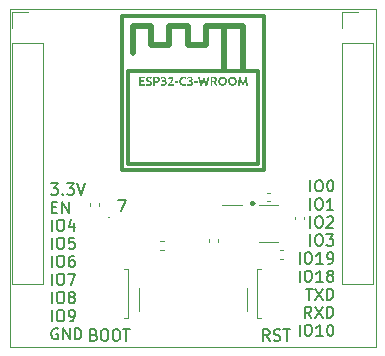
<source format=gto>
G04 #@! TF.GenerationSoftware,KiCad,Pcbnew,8.0.4-8.0.4-0~ubuntu24.04.1*
G04 #@! TF.CreationDate,2024-08-29T21:10:08+02:00*
G04 #@! TF.ProjectId,ESP32-C3-WROOM_flexypin,45535033-322d-4433-932d-57524f4f4d5f,rev?*
G04 #@! TF.SameCoordinates,Original*
G04 #@! TF.FileFunction,Legend,Top*
G04 #@! TF.FilePolarity,Positive*
%FSLAX46Y46*%
G04 Gerber Fmt 4.6, Leading zero omitted, Abs format (unit mm)*
G04 Created by KiCad (PCBNEW 8.0.4-8.0.4-0~ubuntu24.04.1) date 2024-08-29 21:10:08*
%MOMM*%
%LPD*%
G01*
G04 APERTURE LIST*
%ADD10C,0.200000*%
%ADD11C,0.300000*%
%ADD12C,0.500000*%
%ADD13C,0.000000*%
%ADD14C,0.120000*%
%ADD15C,0.100000*%
%ADD16C,0.250000*%
G04 #@! TA.AperFunction,Profile*
%ADD17C,0.100000*%
G04 #@! TD*
G04 APERTURE END LIST*
D10*
X141767292Y-96346588D02*
X142400625Y-96346588D01*
X142400625Y-96346588D02*
X141993482Y-97296588D01*
D11*
X153613938Y-93305642D02*
X142638375Y-93305642D01*
X142638375Y-85423288D01*
X153613938Y-85423288D01*
X153613938Y-93305642D01*
D12*
X149199776Y-81600000D02*
X149199776Y-83253648D01*
D13*
G36*
X149824344Y-85940418D02*
G01*
X149843679Y-85941113D01*
X149862411Y-85942271D01*
X149880539Y-85943892D01*
X149898063Y-85945976D01*
X149914984Y-85948523D01*
X149931301Y-85951533D01*
X149947015Y-85955006D01*
X149962125Y-85958942D01*
X149976632Y-85963341D01*
X149990535Y-85968204D01*
X150003834Y-85973529D01*
X150016530Y-85979317D01*
X150028622Y-85985568D01*
X150040110Y-85992282D01*
X150050995Y-85999460D01*
X150056269Y-86003159D01*
X150061376Y-86006980D01*
X150066316Y-86010924D01*
X150071088Y-86014989D01*
X150075692Y-86019176D01*
X150080129Y-86023485D01*
X150084399Y-86027916D01*
X150088502Y-86032469D01*
X150092436Y-86037143D01*
X150096204Y-86041940D01*
X150099804Y-86046859D01*
X150103237Y-86051899D01*
X150106502Y-86057062D01*
X150109600Y-86062346D01*
X150112530Y-86067752D01*
X150115293Y-86073281D01*
X150117888Y-86078931D01*
X150120316Y-86084703D01*
X150122577Y-86090597D01*
X150124670Y-86096613D01*
X150128354Y-86109010D01*
X150131368Y-86121896D01*
X150133712Y-86135269D01*
X150135387Y-86149130D01*
X150136392Y-86163479D01*
X150136727Y-86178315D01*
X150136582Y-86187990D01*
X150136148Y-86197433D01*
X150135425Y-86206645D01*
X150134412Y-86215624D01*
X150133110Y-86224373D01*
X150131518Y-86232889D01*
X150129638Y-86241174D01*
X150127467Y-86249228D01*
X150125008Y-86257049D01*
X150122259Y-86264640D01*
X150119220Y-86271998D01*
X150115892Y-86279125D01*
X150112275Y-86286020D01*
X150108368Y-86292683D01*
X150104172Y-86299114D01*
X150099686Y-86305314D01*
X150094935Y-86311184D01*
X150089945Y-86316889D01*
X150084716Y-86322428D01*
X150079246Y-86327802D01*
X150073537Y-86333011D01*
X150067589Y-86338054D01*
X150061400Y-86342932D01*
X150054972Y-86347645D01*
X150048304Y-86352193D01*
X150041396Y-86356575D01*
X150034248Y-86360792D01*
X150026861Y-86364843D01*
X150019233Y-86368729D01*
X150011366Y-86372450D01*
X150003259Y-86376006D01*
X149994911Y-86379396D01*
X150000254Y-86386143D01*
X150005695Y-86393154D01*
X150011235Y-86400430D01*
X150016874Y-86407971D01*
X150028449Y-86423844D01*
X150040421Y-86440774D01*
X150046753Y-86449589D01*
X150053053Y-86458568D01*
X150059321Y-86467713D01*
X150065556Y-86477023D01*
X150071758Y-86486499D01*
X150077927Y-86496139D01*
X150084062Y-86505945D01*
X150090164Y-86515916D01*
X150102730Y-86536160D01*
X150115032Y-86556665D01*
X150127072Y-86577433D01*
X150138848Y-86598466D01*
X150150222Y-86619566D01*
X150161067Y-86640535D01*
X150171385Y-86661371D01*
X150181175Y-86682077D01*
X150020310Y-86682077D01*
X150006351Y-86656744D01*
X149991996Y-86631543D01*
X149977245Y-86606475D01*
X149962097Y-86581537D01*
X149947282Y-86556467D01*
X149932464Y-86532058D01*
X149917645Y-86508310D01*
X149902825Y-86485223D01*
X149895450Y-86474043D01*
X149888142Y-86463260D01*
X149880899Y-86452875D01*
X149873722Y-86442886D01*
X149866611Y-86433294D01*
X149859566Y-86424099D01*
X149852586Y-86415301D01*
X149845673Y-86406900D01*
X149844621Y-86406917D01*
X149843566Y-86406968D01*
X149842508Y-86407054D01*
X149841446Y-86407174D01*
X149840382Y-86407329D01*
X149839315Y-86407518D01*
X149838245Y-86407741D01*
X149837174Y-86407998D01*
X149740914Y-86407998D01*
X149740914Y-86682107D01*
X149595909Y-86682084D01*
X149595909Y-86292619D01*
X149740898Y-86292619D01*
X149799111Y-86292619D01*
X149814639Y-86292471D01*
X149829472Y-86292025D01*
X149843610Y-86291283D01*
X149857054Y-86290244D01*
X149869803Y-86288909D01*
X149881858Y-86287276D01*
X149893218Y-86285347D01*
X149903885Y-86283120D01*
X149909090Y-86281739D01*
X149914121Y-86280243D01*
X149918978Y-86278630D01*
X149923662Y-86276902D01*
X149928172Y-86275058D01*
X149932509Y-86273099D01*
X149936671Y-86271023D01*
X149940661Y-86268832D01*
X149944476Y-86266526D01*
X149948118Y-86264104D01*
X149951587Y-86261566D01*
X149954881Y-86258912D01*
X149958002Y-86256142D01*
X149960950Y-86253257D01*
X149963724Y-86250257D01*
X149966324Y-86247140D01*
X149968888Y-86243891D01*
X149971286Y-86240494D01*
X149973519Y-86236947D01*
X149975587Y-86233251D01*
X149977489Y-86229407D01*
X149979225Y-86225414D01*
X149980797Y-86221271D01*
X149982203Y-86216980D01*
X149983443Y-86212540D01*
X149984518Y-86207951D01*
X149985428Y-86203214D01*
X149986172Y-86198327D01*
X149986751Y-86193292D01*
X149987165Y-86188108D01*
X149987413Y-86182775D01*
X149987496Y-86177293D01*
X149987413Y-86172072D01*
X149987165Y-86166991D01*
X149986751Y-86162051D01*
X149986172Y-86157251D01*
X149985428Y-86152592D01*
X149984518Y-86148074D01*
X149983443Y-86143696D01*
X149982203Y-86139458D01*
X149980797Y-86135361D01*
X149979225Y-86131404D01*
X149977489Y-86127588D01*
X149975587Y-86123912D01*
X149973519Y-86120376D01*
X149971286Y-86116981D01*
X149968888Y-86113726D01*
X149966324Y-86110612D01*
X149963732Y-86107496D01*
X149960983Y-86104495D01*
X149958077Y-86101610D01*
X149955013Y-86098840D01*
X149951793Y-86096187D01*
X149948415Y-86093649D01*
X149944881Y-86091226D01*
X149941189Y-86088920D01*
X149937340Y-86086729D01*
X149933335Y-86084654D01*
X149929172Y-86082694D01*
X149924853Y-86080850D01*
X149920376Y-86079122D01*
X149915743Y-86077510D01*
X149910953Y-86076013D01*
X149906006Y-86074632D01*
X149896001Y-86072151D01*
X149885565Y-86070001D01*
X149874700Y-86068182D01*
X149863405Y-86066695D01*
X149851681Y-86065537D01*
X149839526Y-86064711D01*
X149826941Y-86064215D01*
X149813927Y-86064050D01*
X149808190Y-86064083D01*
X149802619Y-86064181D01*
X149797212Y-86064346D01*
X149791971Y-86064575D01*
X149786896Y-86064871D01*
X149781985Y-86065231D01*
X149777240Y-86065657D01*
X149772659Y-86066148D01*
X149755727Y-86067223D01*
X149740906Y-86068246D01*
X149740898Y-86292619D01*
X149595909Y-86292619D01*
X149595909Y-85960305D01*
X149608692Y-85957758D01*
X149621640Y-85955410D01*
X149634753Y-85953261D01*
X149648032Y-85951309D01*
X149661477Y-85949557D01*
X149675087Y-85948003D01*
X149688863Y-85946647D01*
X149702805Y-85945489D01*
X149730188Y-85943170D01*
X149743383Y-85942259D01*
X149756249Y-85941513D01*
X149768784Y-85940933D01*
X149780988Y-85940519D01*
X149792862Y-85940270D01*
X149804405Y-85940187D01*
X149824344Y-85940418D01*
G37*
G36*
X147834634Y-85931837D02*
G01*
X147844726Y-85932147D01*
X147854578Y-85932664D01*
X147864190Y-85933387D01*
X147873562Y-85934317D01*
X147882694Y-85935454D01*
X147891587Y-85936798D01*
X147900239Y-85938348D01*
X147908652Y-85940105D01*
X147916825Y-85942069D01*
X147924758Y-85944239D01*
X147932451Y-85946616D01*
X147939904Y-85949200D01*
X147947117Y-85951991D01*
X147954090Y-85954988D01*
X147960823Y-85958192D01*
X147967459Y-85961574D01*
X147973872Y-85965104D01*
X147980061Y-85968784D01*
X147986026Y-85972612D01*
X147991768Y-85976589D01*
X147997287Y-85980714D01*
X148002582Y-85984989D01*
X148007654Y-85989413D01*
X148012503Y-85993985D01*
X148017128Y-85998706D01*
X148021530Y-86003576D01*
X148025709Y-86008595D01*
X148029665Y-86013763D01*
X148033397Y-86019080D01*
X148036906Y-86024546D01*
X148040192Y-86030160D01*
X148043267Y-86035899D01*
X148046144Y-86041737D01*
X148048822Y-86047673D01*
X148051302Y-86053709D01*
X148053584Y-86059844D01*
X148055668Y-86066079D01*
X148057553Y-86072412D01*
X148059240Y-86078844D01*
X148060728Y-86085376D01*
X148062018Y-86092007D01*
X148063109Y-86098737D01*
X148064002Y-86105566D01*
X148064697Y-86112494D01*
X148065193Y-86119521D01*
X148065491Y-86126648D01*
X148065590Y-86133874D01*
X148065487Y-86139802D01*
X148065177Y-86145680D01*
X148064660Y-86151508D01*
X148063936Y-86157287D01*
X148063006Y-86163017D01*
X148061869Y-86168697D01*
X148060526Y-86174327D01*
X148058975Y-86179908D01*
X148057218Y-86185439D01*
X148055255Y-86190921D01*
X148053084Y-86196353D01*
X148050707Y-86201736D01*
X148048123Y-86207069D01*
X148045333Y-86212353D01*
X148042335Y-86217587D01*
X148039131Y-86222772D01*
X148035758Y-86227726D01*
X148032252Y-86232530D01*
X148028614Y-86237186D01*
X148024844Y-86241692D01*
X148020941Y-86246049D01*
X148016906Y-86250258D01*
X148012739Y-86254317D01*
X148008439Y-86258228D01*
X148004008Y-86261989D01*
X147999444Y-86265602D01*
X147994748Y-86269065D01*
X147989919Y-86272380D01*
X147984959Y-86275546D01*
X147979866Y-86278563D01*
X147974641Y-86281431D01*
X147969284Y-86284150D01*
X147974009Y-86285917D01*
X147978660Y-86287774D01*
X147983237Y-86289722D01*
X147987739Y-86291761D01*
X147992167Y-86293890D01*
X147996521Y-86296111D01*
X148000800Y-86298422D01*
X148005005Y-86300824D01*
X148009136Y-86303317D01*
X148013192Y-86305901D01*
X148017174Y-86308576D01*
X148021081Y-86311342D01*
X148024914Y-86314198D01*
X148028672Y-86317145D01*
X148032356Y-86320183D01*
X148035965Y-86323312D01*
X148039615Y-86326528D01*
X148043158Y-86329826D01*
X148046593Y-86333207D01*
X148049921Y-86336671D01*
X148053142Y-86340218D01*
X148056255Y-86343848D01*
X148059260Y-86347560D01*
X148062159Y-86351355D01*
X148064950Y-86355232D01*
X148067633Y-86359193D01*
X148070209Y-86363236D01*
X148072677Y-86367361D01*
X148075038Y-86371570D01*
X148077291Y-86375861D01*
X148079437Y-86380234D01*
X148081474Y-86384691D01*
X148083397Y-86389234D01*
X148085195Y-86393868D01*
X148086869Y-86398593D01*
X148088420Y-86403409D01*
X148089846Y-86408316D01*
X148091148Y-86413314D01*
X148092327Y-86418403D01*
X148093381Y-86423583D01*
X148094312Y-86428854D01*
X148095118Y-86434217D01*
X148095800Y-86439670D01*
X148096359Y-86445214D01*
X148096793Y-86450849D01*
X148097103Y-86456576D01*
X148097289Y-86462393D01*
X148097351Y-86468301D01*
X148097231Y-86476454D01*
X148096872Y-86484508D01*
X148096272Y-86492462D01*
X148095433Y-86500317D01*
X148094354Y-86508073D01*
X148093035Y-86515730D01*
X148091476Y-86523287D01*
X148089678Y-86530745D01*
X148087640Y-86538103D01*
X148085362Y-86545363D01*
X148082844Y-86552523D01*
X148080086Y-86559583D01*
X148077089Y-86566544D01*
X148073852Y-86573406D01*
X148070375Y-86580168D01*
X148066658Y-86586831D01*
X148062693Y-86593226D01*
X148058472Y-86599448D01*
X148053995Y-86605496D01*
X148049262Y-86611370D01*
X148044272Y-86617071D01*
X148039026Y-86622598D01*
X148033523Y-86627952D01*
X148027765Y-86633132D01*
X148021749Y-86638139D01*
X148015478Y-86642972D01*
X148008950Y-86647631D01*
X148002166Y-86652116D01*
X147995126Y-86656428D01*
X147987829Y-86660566D01*
X147980275Y-86664530D01*
X147972466Y-86668321D01*
X147964516Y-86671909D01*
X147956277Y-86675265D01*
X147947748Y-86678390D01*
X147938930Y-86681284D01*
X147929823Y-86683946D01*
X147920426Y-86686377D01*
X147910740Y-86688576D01*
X147900764Y-86690544D01*
X147890498Y-86692281D01*
X147879944Y-86693786D01*
X147869100Y-86695059D01*
X147857966Y-86696101D01*
X147846544Y-86696911D01*
X147834832Y-86697490D01*
X147822830Y-86697838D01*
X147810539Y-86697953D01*
X147810509Y-86697961D01*
X147800436Y-86697846D01*
X147790331Y-86697499D01*
X147780194Y-86696921D01*
X147770024Y-86696112D01*
X147759822Y-86695071D01*
X147749587Y-86693799D01*
X147739320Y-86692296D01*
X147729019Y-86690561D01*
X147719063Y-86688933D01*
X147709305Y-86687204D01*
X147699747Y-86685373D01*
X147690388Y-86683440D01*
X147681228Y-86681405D01*
X147672266Y-86679267D01*
X147663503Y-86677027D01*
X147654938Y-86674684D01*
X147646984Y-86672325D01*
X147639525Y-86669997D01*
X147632564Y-86667701D01*
X147626098Y-86665437D01*
X147620128Y-86663204D01*
X147614654Y-86661002D01*
X147609676Y-86658832D01*
X147605194Y-86656694D01*
X147632714Y-86541337D01*
X147639080Y-86544033D01*
X147646009Y-86546828D01*
X147653500Y-86549721D01*
X147661554Y-86552714D01*
X147670170Y-86555805D01*
X147679349Y-86558996D01*
X147689090Y-86562286D01*
X147699394Y-86565675D01*
X147704896Y-86567342D01*
X147710555Y-86568902D01*
X147716371Y-86570353D01*
X147722344Y-86571698D01*
X147728474Y-86572934D01*
X147734762Y-86574063D01*
X147741207Y-86575085D01*
X147747809Y-86575999D01*
X147761484Y-86577504D01*
X147775788Y-86578579D01*
X147790721Y-86579224D01*
X147806282Y-86579438D01*
X147818965Y-86579224D01*
X147831086Y-86578579D01*
X147842645Y-86577504D01*
X147853643Y-86575999D01*
X147858931Y-86575085D01*
X147864078Y-86574063D01*
X147869086Y-86572934D01*
X147873952Y-86571698D01*
X147878678Y-86570353D01*
X147883264Y-86568902D01*
X147887709Y-86567342D01*
X147892014Y-86565675D01*
X147896172Y-86563909D01*
X147900182Y-86562052D01*
X147904043Y-86560104D01*
X147907755Y-86558065D01*
X147911318Y-86555935D01*
X147914733Y-86553715D01*
X147917999Y-86551403D01*
X147921116Y-86549001D01*
X147924084Y-86546508D01*
X147926904Y-86543924D01*
X147929575Y-86541249D01*
X147932097Y-86538484D01*
X147934470Y-86535627D01*
X147936694Y-86532680D01*
X147938770Y-86529642D01*
X147940697Y-86526513D01*
X147942619Y-86523177D01*
X147944417Y-86519783D01*
X147946091Y-86516331D01*
X147947641Y-86512820D01*
X147949067Y-86509252D01*
X147950368Y-86505626D01*
X147951546Y-86501943D01*
X147952600Y-86498201D01*
X147953529Y-86494401D01*
X147954335Y-86490543D01*
X147955017Y-86486627D01*
X147955575Y-86482654D01*
X147956008Y-86478622D01*
X147956318Y-86474533D01*
X147956504Y-86470385D01*
X147956566Y-86466180D01*
X147956475Y-86460703D01*
X147956202Y-86455382D01*
X147955748Y-86450219D01*
X147955111Y-86445213D01*
X147954293Y-86440364D01*
X147953293Y-86435672D01*
X147952111Y-86431138D01*
X147950747Y-86426760D01*
X147949201Y-86422539D01*
X147947473Y-86418476D01*
X147945564Y-86414570D01*
X147943473Y-86410820D01*
X147941199Y-86407228D01*
X147938744Y-86403793D01*
X147936107Y-86400515D01*
X147933289Y-86397393D01*
X147930317Y-86394277D01*
X147927221Y-86391276D01*
X147924001Y-86388391D01*
X147920657Y-86385622D01*
X147917189Y-86382968D01*
X147913597Y-86380430D01*
X147909881Y-86378008D01*
X147906040Y-86375701D01*
X147902076Y-86373510D01*
X147897987Y-86371435D01*
X147893775Y-86369476D01*
X147889438Y-86367632D01*
X147884977Y-86365904D01*
X147880392Y-86364291D01*
X147875683Y-86362794D01*
X147870850Y-86361413D01*
X147861177Y-86358932D01*
X147851206Y-86356783D01*
X147840938Y-86354964D01*
X147830372Y-86353476D01*
X147819509Y-86352319D01*
X147808348Y-86351492D01*
X147796889Y-86350997D01*
X147785134Y-86350831D01*
X147735390Y-86350831D01*
X147735390Y-86239709D01*
X147795723Y-86239709D01*
X147803876Y-86239576D01*
X147811929Y-86239178D01*
X147819883Y-86238515D01*
X147827738Y-86237585D01*
X147835493Y-86236390D01*
X147843149Y-86234929D01*
X147850705Y-86233203D01*
X147858162Y-86231210D01*
X147861953Y-86229977D01*
X147865653Y-86228653D01*
X147869262Y-86227237D01*
X147872781Y-86225730D01*
X147876208Y-86224131D01*
X147879544Y-86222441D01*
X147882789Y-86220660D01*
X147885944Y-86218787D01*
X147889007Y-86216823D01*
X147891979Y-86214768D01*
X147894861Y-86212621D01*
X147897652Y-86210383D01*
X147900352Y-86208054D01*
X147902960Y-86205633D01*
X147905479Y-86203121D01*
X147907906Y-86200517D01*
X147910213Y-86197674D01*
X147912371Y-86194699D01*
X147914381Y-86191591D01*
X147916241Y-86188351D01*
X147917953Y-86184978D01*
X147919516Y-86181473D01*
X147920930Y-86177835D01*
X147922195Y-86174065D01*
X147923311Y-86170162D01*
X147924278Y-86166128D01*
X147925096Y-86161960D01*
X147925766Y-86157661D01*
X147926287Y-86153229D01*
X147926659Y-86148664D01*
X147926882Y-86143968D01*
X147926956Y-86139138D01*
X147926894Y-86135219D01*
X147926709Y-86131398D01*
X147926399Y-86127677D01*
X147925965Y-86124055D01*
X147925407Y-86120533D01*
X147924725Y-86117110D01*
X147923920Y-86113786D01*
X147922990Y-86110562D01*
X147921936Y-86107437D01*
X147920759Y-86104411D01*
X147919457Y-86101485D01*
X147918031Y-86098657D01*
X147916481Y-86095930D01*
X147914807Y-86093301D01*
X147913009Y-86090772D01*
X147911087Y-86088342D01*
X147909198Y-86085870D01*
X147907233Y-86083480D01*
X147905195Y-86081174D01*
X147903082Y-86078949D01*
X147900895Y-86076808D01*
X147898633Y-86074749D01*
X147896297Y-86072773D01*
X147893887Y-86070879D01*
X147891402Y-86069068D01*
X147888843Y-86067340D01*
X147886209Y-86065695D01*
X147883501Y-86064132D01*
X147880719Y-86062652D01*
X147877862Y-86061255D01*
X147874931Y-86059941D01*
X147871926Y-86058709D01*
X147868871Y-86057559D01*
X147865791Y-86056483D01*
X147862686Y-86055481D01*
X147859557Y-86054554D01*
X147856403Y-86053700D01*
X147853224Y-86052921D01*
X147850021Y-86052216D01*
X147846792Y-86051585D01*
X147843539Y-86051029D01*
X147840261Y-86050547D01*
X147836958Y-86050138D01*
X147833630Y-86049804D01*
X147830277Y-86049545D01*
X147826899Y-86049359D01*
X147823496Y-86049248D01*
X147820069Y-86049211D01*
X147808329Y-86049442D01*
X147802583Y-86049731D01*
X147796919Y-86050136D01*
X147791338Y-86050657D01*
X147785839Y-86051294D01*
X147780423Y-86052046D01*
X147775089Y-86052914D01*
X147769839Y-86053898D01*
X147764670Y-86054997D01*
X147759585Y-86056213D01*
X147754582Y-86057544D01*
X147749662Y-86058991D01*
X147744824Y-86060554D01*
X147740069Y-86062233D01*
X147735398Y-86064027D01*
X147726252Y-86067551D01*
X147717339Y-86071240D01*
X147708657Y-86075093D01*
X147700207Y-86079111D01*
X147691989Y-86083294D01*
X147684002Y-86087642D01*
X147676247Y-86092155D01*
X147668724Y-86096833D01*
X147618981Y-85995233D01*
X147627001Y-85990190D01*
X147635716Y-85985113D01*
X147645126Y-85980004D01*
X147655230Y-85974862D01*
X147666028Y-85969687D01*
X147677521Y-85964480D01*
X147689709Y-85959239D01*
X147702591Y-85953965D01*
X147709391Y-85951273D01*
X147716299Y-85948754D01*
X147723314Y-85946409D01*
X147730437Y-85944238D01*
X147737668Y-85942240D01*
X147745006Y-85940417D01*
X147752452Y-85938767D01*
X147760005Y-85937290D01*
X147767666Y-85935988D01*
X147775434Y-85934859D01*
X147783310Y-85933904D01*
X147791294Y-85933123D01*
X147799385Y-85932515D01*
X147807583Y-85932081D01*
X147815889Y-85931820D01*
X147824303Y-85931733D01*
X147834634Y-85931837D01*
G37*
D12*
X146099884Y-83253648D02*
X144549942Y-83253648D01*
D13*
G36*
X148485726Y-86431260D02*
G01*
X148193627Y-86431260D01*
X148193627Y-86305322D01*
X148485726Y-86305322D01*
X148485726Y-86431260D01*
G37*
D12*
X144549942Y-83253648D02*
X144549942Y-81600000D01*
X150749718Y-85216844D02*
X150749718Y-81600003D01*
X150749718Y-81600000D02*
X149199776Y-81600000D01*
X143000000Y-81600000D02*
X143000000Y-83882173D01*
X147649826Y-83253648D02*
X147649826Y-81600000D01*
D13*
G36*
X151449766Y-85931895D02*
G01*
X151461991Y-85932404D01*
X151474075Y-85933251D01*
X151486018Y-85934438D01*
X151497821Y-85935963D01*
X151509484Y-85937828D01*
X151521006Y-85940031D01*
X151532387Y-85942574D01*
X151543628Y-85945455D01*
X151554728Y-85948675D01*
X151565688Y-85952235D01*
X151576507Y-85956133D01*
X151587185Y-85960370D01*
X151597723Y-85964946D01*
X151608121Y-85969860D01*
X151618378Y-85975114D01*
X151628564Y-85980703D01*
X151638485Y-85986622D01*
X151648143Y-85992872D01*
X151657535Y-85999453D01*
X151666663Y-86006365D01*
X151675527Y-86013607D01*
X151684126Y-86021180D01*
X151692460Y-86029084D01*
X151700530Y-86037319D01*
X151708336Y-86045885D01*
X151715876Y-86054782D01*
X151723152Y-86064009D01*
X151730164Y-86073567D01*
X151736911Y-86083456D01*
X151743393Y-86093676D01*
X151749611Y-86104226D01*
X151755506Y-86114972D01*
X151761021Y-86126040D01*
X151766156Y-86137430D01*
X151770910Y-86149142D01*
X151775284Y-86161176D01*
X151779277Y-86173533D01*
X151782891Y-86186213D01*
X151786123Y-86199214D01*
X151788976Y-86212538D01*
X151791448Y-86226185D01*
X151793540Y-86240154D01*
X151795252Y-86254445D01*
X151796583Y-86269059D01*
X151797534Y-86283995D01*
X151798104Y-86299254D01*
X151798294Y-86314836D01*
X151798104Y-86330294D01*
X151797534Y-86345446D01*
X151796583Y-86360292D01*
X151795252Y-86374832D01*
X151793540Y-86389066D01*
X151791448Y-86402993D01*
X151788976Y-86416615D01*
X151786123Y-86429931D01*
X151782891Y-86442941D01*
X151779277Y-86455645D01*
X151775284Y-86468043D01*
X151770910Y-86480135D01*
X151766156Y-86491921D01*
X151761021Y-86503402D01*
X151755506Y-86514576D01*
X151749611Y-86525445D01*
X151743526Y-86535868D01*
X151737177Y-86545969D01*
X151730563Y-86555747D01*
X151723684Y-86565202D01*
X151716541Y-86574335D01*
X151709133Y-86583145D01*
X151701461Y-86591632D01*
X151693524Y-86599797D01*
X151685322Y-86607640D01*
X151676855Y-86615160D01*
X151668124Y-86622357D01*
X151659128Y-86629232D01*
X151649868Y-86635784D01*
X151640343Y-86642013D01*
X151630553Y-86647920D01*
X151620499Y-86653505D01*
X151610234Y-86658758D01*
X151599811Y-86663673D01*
X151589232Y-86668249D01*
X151578496Y-86672486D01*
X151567603Y-86676384D01*
X151556552Y-86679943D01*
X151545345Y-86683164D01*
X151533981Y-86686045D01*
X151522459Y-86688587D01*
X151510780Y-86690791D01*
X151498945Y-86692655D01*
X151486952Y-86694181D01*
X151474802Y-86695367D01*
X151462494Y-86696215D01*
X151450030Y-86696723D01*
X151437409Y-86696893D01*
X151437409Y-86696901D01*
X151425168Y-86696731D01*
X151413052Y-86696223D01*
X151401059Y-86695375D01*
X151389190Y-86694188D01*
X151377446Y-86692663D01*
X151365825Y-86690798D01*
X151354328Y-86688595D01*
X151342955Y-86686053D01*
X151331706Y-86683171D01*
X151320581Y-86679951D01*
X151309579Y-86676392D01*
X151298702Y-86672494D01*
X151287949Y-86668257D01*
X151277319Y-86663681D01*
X151266813Y-86658766D01*
X151256432Y-86653512D01*
X151246373Y-86647928D01*
X151236571Y-86642021D01*
X151227026Y-86635791D01*
X151217736Y-86629239D01*
X151208703Y-86622365D01*
X151199927Y-86615167D01*
X151191407Y-86607648D01*
X151183143Y-86599805D01*
X151175135Y-86591640D01*
X151167384Y-86583153D01*
X151159889Y-86574342D01*
X151152651Y-86565210D01*
X151145668Y-86555754D01*
X151138942Y-86545976D01*
X151132473Y-86535876D01*
X151126259Y-86525453D01*
X151120364Y-86514585D01*
X151114849Y-86503412D01*
X151109714Y-86491932D01*
X151104960Y-86480146D01*
X151100586Y-86468054D01*
X151096593Y-86455656D01*
X151092980Y-86442952D01*
X151089747Y-86429941D01*
X151086894Y-86416625D01*
X151084422Y-86403003D01*
X151082330Y-86389075D01*
X151080619Y-86374840D01*
X151079287Y-86360300D01*
X151078337Y-86345454D01*
X151077766Y-86330302D01*
X151077576Y-86314843D01*
X151077576Y-86314836D01*
X151226799Y-86314836D01*
X151226898Y-86324415D01*
X151227196Y-86333837D01*
X151227692Y-86343101D01*
X151228387Y-86352209D01*
X151229280Y-86361160D01*
X151230371Y-86369953D01*
X151231661Y-86378590D01*
X151233150Y-86387069D01*
X151234836Y-86395391D01*
X151236722Y-86403556D01*
X151238805Y-86411564D01*
X151241087Y-86419414D01*
X151243567Y-86427107D01*
X151246245Y-86434643D01*
X151249122Y-86442022D01*
X151252197Y-86449243D01*
X151255455Y-86456288D01*
X151258877Y-86463134D01*
X151262465Y-86469782D01*
X151266219Y-86476231D01*
X151270138Y-86482482D01*
X151274223Y-86488534D01*
X151278473Y-86494388D01*
X151282889Y-86500043D01*
X151287470Y-86505500D01*
X151292216Y-86510758D01*
X151297128Y-86515818D01*
X151302205Y-86520680D01*
X151307447Y-86525343D01*
X151312855Y-86529807D01*
X151318427Y-86534073D01*
X151324166Y-86538141D01*
X151330190Y-86541986D01*
X151336354Y-86545584D01*
X151342659Y-86548933D01*
X151349105Y-86552034D01*
X151355691Y-86554887D01*
X151362418Y-86557491D01*
X151369285Y-86559848D01*
X151376292Y-86561957D01*
X151383440Y-86563817D01*
X151390729Y-86565429D01*
X151398158Y-86566794D01*
X151405727Y-86567910D01*
X151413437Y-86568778D01*
X151421287Y-86569398D01*
X151429278Y-86569770D01*
X151437409Y-86569894D01*
X151437409Y-86569902D01*
X151445666Y-86569778D01*
X151453765Y-86569406D01*
X151461707Y-86568786D01*
X151469492Y-86567917D01*
X151477120Y-86566801D01*
X151484591Y-86565437D01*
X151491904Y-86563825D01*
X151499060Y-86561964D01*
X151506059Y-86559856D01*
X151512900Y-86557499D01*
X151519585Y-86554894D01*
X151526113Y-86552041D01*
X151532483Y-86548940D01*
X151538696Y-86545591D01*
X151544752Y-86541994D01*
X151550652Y-86538148D01*
X151556517Y-86534079D01*
X151562210Y-86529812D01*
X151567728Y-86525347D01*
X151573073Y-86520683D01*
X151578245Y-86515821D01*
X151583243Y-86510761D01*
X151588068Y-86505502D01*
X151592719Y-86500045D01*
X151597197Y-86494390D01*
X151601501Y-86488536D01*
X151605632Y-86482484D01*
X151609588Y-86476234D01*
X151613372Y-86469786D01*
X151616982Y-86463139D01*
X151620418Y-86456294D01*
X151623680Y-86449250D01*
X151626755Y-86442028D01*
X151629632Y-86434649D01*
X151632311Y-86427112D01*
X151634791Y-86419418D01*
X151637073Y-86411568D01*
X151639156Y-86403560D01*
X151641041Y-86395396D01*
X151642728Y-86387074D01*
X151644216Y-86378595D01*
X151645506Y-86369959D01*
X151646598Y-86361166D01*
X151647491Y-86352216D01*
X151648185Y-86343108D01*
X151648682Y-86333844D01*
X151648979Y-86324422D01*
X151649079Y-86314843D01*
X151648979Y-86305136D01*
X151648682Y-86295593D01*
X151648185Y-86286217D01*
X151647491Y-86277005D01*
X151646598Y-86267959D01*
X151645506Y-86259079D01*
X151644216Y-86250363D01*
X151642728Y-86241814D01*
X151641041Y-86233430D01*
X151639156Y-86225211D01*
X151637073Y-86217158D01*
X151634791Y-86209271D01*
X151632311Y-86201549D01*
X151629632Y-86193992D01*
X151626755Y-86186601D01*
X151623680Y-86179376D01*
X151620419Y-86172331D01*
X151616984Y-86165485D01*
X151613375Y-86158837D01*
X151609593Y-86152388D01*
X151605636Y-86146137D01*
X151601506Y-86140085D01*
X151597203Y-86134231D01*
X151592725Y-86128576D01*
X151588074Y-86123119D01*
X151583249Y-86117860D01*
X151578250Y-86112800D01*
X151573078Y-86107939D01*
X151567732Y-86103276D01*
X151562212Y-86098812D01*
X151556519Y-86094546D01*
X151550652Y-86090478D01*
X151544752Y-86086633D01*
X151538696Y-86083035D01*
X151532482Y-86079686D01*
X151526111Y-86076585D01*
X151519583Y-86073732D01*
X151512898Y-86071127D01*
X151506056Y-86068771D01*
X151499057Y-86066662D01*
X151491901Y-86064802D01*
X151484587Y-86063189D01*
X151477117Y-86061825D01*
X151469489Y-86060709D01*
X151461705Y-86059841D01*
X151453763Y-86059221D01*
X151445664Y-86058849D01*
X151437409Y-86058725D01*
X151429276Y-86058853D01*
X151421285Y-86059237D01*
X151413433Y-86059878D01*
X151405723Y-86060775D01*
X151398153Y-86061928D01*
X151390724Y-86063337D01*
X151383435Y-86065003D01*
X151376287Y-86066925D01*
X151369279Y-86069104D01*
X151362412Y-86071539D01*
X151355686Y-86074230D01*
X151349101Y-86077177D01*
X151342656Y-86080381D01*
X151336352Y-86083841D01*
X151330188Y-86087558D01*
X151324166Y-86091531D01*
X151318427Y-86095600D01*
X151312855Y-86099867D01*
X151307447Y-86104332D01*
X151302205Y-86108996D01*
X151297128Y-86113858D01*
X151292216Y-86118919D01*
X151287470Y-86124177D01*
X151282889Y-86129634D01*
X151278473Y-86135289D01*
X151274223Y-86141143D01*
X151270138Y-86147195D01*
X151266219Y-86153445D01*
X151262465Y-86159893D01*
X151258877Y-86166540D01*
X151255455Y-86173385D01*
X151252197Y-86180429D01*
X151249122Y-86187651D01*
X151246245Y-86195031D01*
X151243567Y-86202567D01*
X151241087Y-86210261D01*
X151238805Y-86218111D01*
X151236722Y-86226119D01*
X151234836Y-86234284D01*
X151233150Y-86242605D01*
X151231661Y-86251084D01*
X151230371Y-86259720D01*
X151229280Y-86268513D01*
X151228387Y-86277464D01*
X151227692Y-86286571D01*
X151227196Y-86295835D01*
X151226898Y-86305257D01*
X151226799Y-86314836D01*
X151077576Y-86314836D01*
X151078022Y-86291658D01*
X151079361Y-86269201D01*
X151080366Y-86258246D01*
X151081593Y-86247472D01*
X151083044Y-86236881D01*
X151084718Y-86226471D01*
X151086615Y-86216244D01*
X151088736Y-86206198D01*
X151091080Y-86196334D01*
X151093647Y-86186652D01*
X151096437Y-86177152D01*
X151099451Y-86167834D01*
X151102688Y-86158698D01*
X151106148Y-86149743D01*
X151109807Y-86140838D01*
X151113639Y-86132114D01*
X151117645Y-86123573D01*
X151121824Y-86115214D01*
X151126176Y-86107036D01*
X151130703Y-86099041D01*
X151135403Y-86091227D01*
X151140276Y-86083596D01*
X151145323Y-86076146D01*
X151150544Y-86068878D01*
X151155938Y-86061792D01*
X151161507Y-86054889D01*
X151167248Y-86048167D01*
X151173164Y-86041627D01*
X151179253Y-86035268D01*
X151185517Y-86029092D01*
X151191920Y-86023102D01*
X151198432Y-86017301D01*
X151205050Y-86011691D01*
X151211776Y-86006271D01*
X151218610Y-86001041D01*
X151225551Y-85996002D01*
X151232600Y-85991152D01*
X151239756Y-85986492D01*
X151247019Y-85982023D01*
X151254390Y-85977744D01*
X151261869Y-85973655D01*
X151269455Y-85969756D01*
X151277148Y-85966048D01*
X151284949Y-85962529D01*
X151292857Y-85959201D01*
X151300873Y-85956064D01*
X151308971Y-85953116D01*
X151317128Y-85950359D01*
X151325342Y-85947792D01*
X151333615Y-85945415D01*
X151341945Y-85943228D01*
X151350333Y-85941232D01*
X151358779Y-85939425D01*
X151367283Y-85937809D01*
X151375845Y-85936383D01*
X151384465Y-85935148D01*
X151393143Y-85934102D01*
X151401879Y-85933247D01*
X151410672Y-85932581D01*
X151419524Y-85932106D01*
X151428433Y-85931821D01*
X151437401Y-85931726D01*
X151449766Y-85931895D01*
G37*
D12*
X147649826Y-81600000D02*
X146099884Y-81600000D01*
D13*
G36*
X146850075Y-86431260D02*
G01*
X146557976Y-86431260D01*
X146557976Y-86305322D01*
X146850075Y-86305322D01*
X146850075Y-86431260D01*
G37*
G36*
X150616858Y-85931895D02*
G01*
X150629082Y-85932404D01*
X150641166Y-85933251D01*
X150653110Y-85934438D01*
X150664913Y-85935963D01*
X150676575Y-85937828D01*
X150688097Y-85940031D01*
X150699478Y-85942574D01*
X150710719Y-85945455D01*
X150721819Y-85948675D01*
X150732779Y-85952235D01*
X150743598Y-85956133D01*
X150754277Y-85960370D01*
X150764815Y-85964946D01*
X150775212Y-85969860D01*
X150785469Y-85975114D01*
X150795655Y-85980703D01*
X150805577Y-85986622D01*
X150815234Y-85992872D01*
X150824627Y-85999453D01*
X150833755Y-86006365D01*
X150842618Y-86013607D01*
X150851217Y-86021180D01*
X150859552Y-86029084D01*
X150867622Y-86037319D01*
X150875427Y-86045885D01*
X150882968Y-86054782D01*
X150890244Y-86064009D01*
X150897255Y-86073567D01*
X150904002Y-86083456D01*
X150910485Y-86093676D01*
X150916702Y-86104226D01*
X150922598Y-86114972D01*
X150928113Y-86126040D01*
X150933247Y-86137430D01*
X150938001Y-86149142D01*
X150942375Y-86161176D01*
X150946369Y-86173533D01*
X150949982Y-86186213D01*
X150953215Y-86199214D01*
X150956067Y-86212538D01*
X150958540Y-86226185D01*
X150960631Y-86240154D01*
X150962343Y-86254445D01*
X150963674Y-86269059D01*
X150964625Y-86283995D01*
X150965195Y-86299254D01*
X150965386Y-86314836D01*
X150965195Y-86330294D01*
X150964625Y-86345446D01*
X150963674Y-86360292D01*
X150962343Y-86374832D01*
X150960631Y-86389066D01*
X150958540Y-86402993D01*
X150956067Y-86416615D01*
X150953215Y-86429931D01*
X150949982Y-86442941D01*
X150946369Y-86455645D01*
X150942375Y-86468043D01*
X150938001Y-86480135D01*
X150933247Y-86491921D01*
X150928113Y-86503402D01*
X150922598Y-86514576D01*
X150916702Y-86525445D01*
X150910618Y-86535868D01*
X150904268Y-86545969D01*
X150897654Y-86555747D01*
X150890776Y-86565202D01*
X150883633Y-86574335D01*
X150876225Y-86583145D01*
X150868552Y-86591632D01*
X150860615Y-86599797D01*
X150852413Y-86607640D01*
X150843947Y-86615160D01*
X150835216Y-86622357D01*
X150826220Y-86629232D01*
X150816959Y-86635784D01*
X150807434Y-86642013D01*
X150797645Y-86647920D01*
X150787590Y-86653505D01*
X150777325Y-86658758D01*
X150766903Y-86663673D01*
X150756324Y-86668249D01*
X150745587Y-86672486D01*
X150734694Y-86676384D01*
X150723644Y-86679943D01*
X150712436Y-86683164D01*
X150701072Y-86686045D01*
X150689550Y-86688587D01*
X150677872Y-86690791D01*
X150666036Y-86692655D01*
X150654043Y-86694181D01*
X150641893Y-86695367D01*
X150629586Y-86696215D01*
X150617121Y-86696723D01*
X150604500Y-86696893D01*
X150604500Y-86696901D01*
X150592258Y-86696731D01*
X150580141Y-86696223D01*
X150568147Y-86695375D01*
X150556277Y-86694188D01*
X150544532Y-86692663D01*
X150532911Y-86690798D01*
X150521414Y-86688595D01*
X150510040Y-86686053D01*
X150498791Y-86683171D01*
X150487667Y-86679951D01*
X150476666Y-86676392D01*
X150465789Y-86672494D01*
X150455036Y-86668257D01*
X150444408Y-86663681D01*
X150433903Y-86658766D01*
X150423523Y-86653512D01*
X150413465Y-86647928D01*
X150403663Y-86642021D01*
X150394117Y-86635791D01*
X150384828Y-86629239D01*
X150375795Y-86622365D01*
X150367018Y-86615167D01*
X150358498Y-86607648D01*
X150350234Y-86599805D01*
X150342227Y-86591640D01*
X150334476Y-86583153D01*
X150326981Y-86574342D01*
X150319742Y-86565210D01*
X150312760Y-86555754D01*
X150306034Y-86545976D01*
X150299564Y-86535876D01*
X150293350Y-86525453D01*
X150287455Y-86514585D01*
X150281940Y-86503412D01*
X150276806Y-86491932D01*
X150272052Y-86480146D01*
X150267678Y-86468054D01*
X150263684Y-86455656D01*
X150260071Y-86442952D01*
X150256838Y-86429941D01*
X150253986Y-86416625D01*
X150251513Y-86403003D01*
X150249421Y-86389075D01*
X150247710Y-86374840D01*
X150246379Y-86360300D01*
X150245428Y-86345454D01*
X150244857Y-86330302D01*
X150244667Y-86314843D01*
X150244667Y-86314836D01*
X150393891Y-86314836D01*
X150393990Y-86324415D01*
X150394288Y-86333837D01*
X150394784Y-86343101D01*
X150395478Y-86352209D01*
X150396371Y-86361160D01*
X150397463Y-86369953D01*
X150398753Y-86378590D01*
X150400241Y-86387069D01*
X150401928Y-86395391D01*
X150403813Y-86403556D01*
X150405896Y-86411564D01*
X150408178Y-86419414D01*
X150410658Y-86427107D01*
X150413337Y-86434643D01*
X150416214Y-86442022D01*
X150419289Y-86449243D01*
X150422546Y-86456288D01*
X150425969Y-86463134D01*
X150429557Y-86469782D01*
X150433310Y-86476231D01*
X150437230Y-86482482D01*
X150441314Y-86488534D01*
X150445564Y-86494388D01*
X150449980Y-86500043D01*
X150454561Y-86505500D01*
X150459307Y-86510758D01*
X150464219Y-86515818D01*
X150469296Y-86520680D01*
X150474538Y-86525343D01*
X150479946Y-86529807D01*
X150485519Y-86534073D01*
X150491257Y-86538141D01*
X150497280Y-86541986D01*
X150503443Y-86545584D01*
X150509747Y-86548933D01*
X150516192Y-86552034D01*
X150522778Y-86554887D01*
X150529504Y-86557491D01*
X150536371Y-86559848D01*
X150543378Y-86561957D01*
X150550526Y-86563817D01*
X150557815Y-86565429D01*
X150565244Y-86566794D01*
X150572814Y-86567910D01*
X150580525Y-86568778D01*
X150588376Y-86569398D01*
X150596368Y-86569770D01*
X150604500Y-86569894D01*
X150604500Y-86569902D01*
X150612756Y-86569778D01*
X150620854Y-86569406D01*
X150628796Y-86568786D01*
X150636581Y-86567917D01*
X150644208Y-86566801D01*
X150651679Y-86565437D01*
X150658992Y-86563825D01*
X150666148Y-86561964D01*
X150673148Y-86559856D01*
X150679990Y-86557499D01*
X150686675Y-86554894D01*
X150693203Y-86552041D01*
X150699574Y-86548940D01*
X150705787Y-86545591D01*
X150711844Y-86541994D01*
X150717743Y-86538148D01*
X150723609Y-86534079D01*
X150729301Y-86529812D01*
X150734820Y-86525347D01*
X150740165Y-86520683D01*
X150745337Y-86515821D01*
X150750335Y-86510761D01*
X150755159Y-86505502D01*
X150759811Y-86500045D01*
X150764288Y-86494390D01*
X150768592Y-86488536D01*
X150772723Y-86482484D01*
X150776680Y-86476234D01*
X150780463Y-86469786D01*
X150784073Y-86463139D01*
X150787509Y-86456294D01*
X150790772Y-86449250D01*
X150793847Y-86442028D01*
X150796724Y-86434649D01*
X150799402Y-86427112D01*
X150801882Y-86419418D01*
X150804164Y-86411568D01*
X150806248Y-86403560D01*
X150808133Y-86395396D01*
X150809819Y-86387074D01*
X150811308Y-86378595D01*
X150812598Y-86369959D01*
X150813689Y-86361166D01*
X150814582Y-86352216D01*
X150815277Y-86343108D01*
X150815773Y-86333844D01*
X150816071Y-86324422D01*
X150816170Y-86314843D01*
X150816071Y-86305136D01*
X150815773Y-86295593D01*
X150815277Y-86286217D01*
X150814582Y-86277005D01*
X150813689Y-86267959D01*
X150812598Y-86259079D01*
X150811308Y-86250363D01*
X150809819Y-86241814D01*
X150808133Y-86233430D01*
X150806248Y-86225211D01*
X150804164Y-86217158D01*
X150801882Y-86209271D01*
X150799402Y-86201549D01*
X150796724Y-86193992D01*
X150793847Y-86186601D01*
X150790772Y-86179376D01*
X150787510Y-86172331D01*
X150784075Y-86165485D01*
X150780467Y-86158837D01*
X150776684Y-86152388D01*
X150772728Y-86146137D01*
X150768598Y-86140085D01*
X150764294Y-86134231D01*
X150759816Y-86128576D01*
X150755165Y-86123119D01*
X150750340Y-86117860D01*
X150745341Y-86112800D01*
X150740169Y-86107939D01*
X150734823Y-86103276D01*
X150729303Y-86098812D01*
X150723610Y-86094546D01*
X150717743Y-86090478D01*
X150711844Y-86086633D01*
X150705787Y-86083035D01*
X150699574Y-86079686D01*
X150693203Y-86076585D01*
X150686675Y-86073732D01*
X150679990Y-86071127D01*
X150673148Y-86068771D01*
X150666148Y-86066662D01*
X150658992Y-86064802D01*
X150651679Y-86063189D01*
X150644208Y-86061825D01*
X150636581Y-86060709D01*
X150628796Y-86059841D01*
X150620854Y-86059221D01*
X150612756Y-86058849D01*
X150604500Y-86058725D01*
X150596368Y-86058853D01*
X150588376Y-86059237D01*
X150580525Y-86059878D01*
X150572814Y-86060775D01*
X150565244Y-86061928D01*
X150557815Y-86063337D01*
X150550526Y-86065003D01*
X150543378Y-86066925D01*
X150536371Y-86069104D01*
X150529504Y-86071539D01*
X150522778Y-86074230D01*
X150516192Y-86077177D01*
X150509747Y-86080381D01*
X150503443Y-86083841D01*
X150497280Y-86087558D01*
X150491257Y-86091531D01*
X150485519Y-86095600D01*
X150479946Y-86099867D01*
X150474538Y-86104332D01*
X150469296Y-86108996D01*
X150464219Y-86113858D01*
X150459307Y-86118919D01*
X150454561Y-86124177D01*
X150449980Y-86129634D01*
X150445564Y-86135289D01*
X150441314Y-86141143D01*
X150437230Y-86147195D01*
X150433310Y-86153445D01*
X150429557Y-86159893D01*
X150425969Y-86166540D01*
X150422546Y-86173385D01*
X150419289Y-86180429D01*
X150416214Y-86187651D01*
X150413337Y-86195031D01*
X150410658Y-86202567D01*
X150408178Y-86210261D01*
X150405896Y-86218111D01*
X150403813Y-86226119D01*
X150401928Y-86234284D01*
X150400241Y-86242605D01*
X150398753Y-86251084D01*
X150397463Y-86259720D01*
X150396371Y-86268513D01*
X150395478Y-86277464D01*
X150394784Y-86286571D01*
X150394288Y-86295835D01*
X150393990Y-86305257D01*
X150393891Y-86314836D01*
X150244667Y-86314836D01*
X150245114Y-86291658D01*
X150246453Y-86269201D01*
X150247457Y-86258246D01*
X150248685Y-86247472D01*
X150250135Y-86236881D01*
X150251809Y-86226471D01*
X150253707Y-86216244D01*
X150255827Y-86206198D01*
X150258171Y-86196334D01*
X150260738Y-86186652D01*
X150263528Y-86177152D01*
X150266542Y-86167834D01*
X150269779Y-86158698D01*
X150273239Y-86149743D01*
X150276898Y-86140838D01*
X150280731Y-86132114D01*
X150284737Y-86123573D01*
X150288916Y-86115214D01*
X150293269Y-86107036D01*
X150297796Y-86099041D01*
X150302496Y-86091227D01*
X150307370Y-86083596D01*
X150312418Y-86076146D01*
X150317639Y-86068878D01*
X150323033Y-86061792D01*
X150328601Y-86054889D01*
X150334343Y-86048167D01*
X150340258Y-86041627D01*
X150346346Y-86035268D01*
X150352608Y-86029092D01*
X150359012Y-86023102D01*
X150365523Y-86017301D01*
X150372142Y-86011691D01*
X150378868Y-86006271D01*
X150385701Y-86001041D01*
X150392643Y-85996002D01*
X150399691Y-85991152D01*
X150406847Y-85986492D01*
X150414111Y-85982023D01*
X150421482Y-85977744D01*
X150428960Y-85973655D01*
X150436546Y-85969756D01*
X150444239Y-85966048D01*
X150452040Y-85962529D01*
X150459949Y-85959201D01*
X150467964Y-85956064D01*
X150476063Y-85953116D01*
X150484219Y-85950359D01*
X150492434Y-85947792D01*
X150500706Y-85945415D01*
X150509036Y-85943228D01*
X150517424Y-85941232D01*
X150525870Y-85939425D01*
X150534374Y-85937809D01*
X150542936Y-85936383D01*
X150551556Y-85935148D01*
X150560234Y-85934102D01*
X150568970Y-85933247D01*
X150577764Y-85932581D01*
X150586615Y-85932106D01*
X150595525Y-85931821D01*
X150604492Y-85931726D01*
X150616858Y-85931895D01*
G37*
D12*
X144549942Y-81600000D02*
X143000000Y-81600000D01*
D11*
X154126160Y-93822809D02*
X142126160Y-93822809D01*
X142126160Y-80822809D01*
X154126160Y-80822809D01*
X154126160Y-93822809D01*
D13*
G36*
X148700827Y-85994568D02*
G01*
X148709028Y-86041268D01*
X148717759Y-86088761D01*
X148727020Y-86137048D01*
X148736613Y-86185401D01*
X148746338Y-86233092D01*
X148756194Y-86280120D01*
X148766182Y-86326486D01*
X148776767Y-86371002D01*
X148787349Y-86413534D01*
X148797930Y-86454083D01*
X148808510Y-86492646D01*
X148818036Y-86465791D01*
X148827561Y-86438143D01*
X148837085Y-86409701D01*
X148846611Y-86380464D01*
X148866455Y-86320135D01*
X148885773Y-86259813D01*
X148904295Y-86199228D01*
X148921753Y-86140222D01*
X148953507Y-86029100D01*
X149076271Y-86029100D01*
X149121781Y-86180444D01*
X149134083Y-86221191D01*
X149146650Y-86261937D01*
X149159481Y-86302684D01*
X149172577Y-86343431D01*
X149185674Y-86382918D01*
X149198505Y-86420952D01*
X149211071Y-86457531D01*
X149223374Y-86492654D01*
X149233361Y-86454556D01*
X149243218Y-86414338D01*
X149252942Y-86372004D01*
X149262535Y-86327554D01*
X149272457Y-86281184D01*
X149282115Y-86234154D01*
X149291509Y-86186464D01*
X149300636Y-86138116D01*
X149309965Y-86089764D01*
X149318896Y-86042073D01*
X149327429Y-85995044D01*
X149335564Y-85948678D01*
X149484787Y-85948678D01*
X149468650Y-86025673D01*
X149451981Y-86102136D01*
X149443912Y-86140172D01*
X149435579Y-86178074D01*
X149426980Y-86215843D01*
X149418114Y-86253480D01*
X149409451Y-86290918D01*
X149400389Y-86328091D01*
X149390929Y-86364999D01*
X149381073Y-86401643D01*
X149371414Y-86437958D01*
X149361491Y-86473876D01*
X149351304Y-86509397D01*
X149340851Y-86544519D01*
X149330665Y-86579309D01*
X149320214Y-86613836D01*
X149309499Y-86648099D01*
X149298523Y-86682100D01*
X149163056Y-86682100D01*
X149136597Y-86610398D01*
X149110138Y-86537111D01*
X149084740Y-86461174D01*
X149059342Y-86383653D01*
X149009598Y-86224900D01*
X148984992Y-86304803D01*
X148959854Y-86383653D01*
X148947618Y-86422616D01*
X148935249Y-86461180D01*
X148922746Y-86499345D01*
X148910111Y-86537111D01*
X148897346Y-86573952D01*
X148884448Y-86610398D01*
X148871417Y-86646447D01*
X148858254Y-86682100D01*
X148722794Y-86682084D01*
X148711744Y-86648549D01*
X148700831Y-86614617D01*
X148690052Y-86580288D01*
X148679405Y-86545564D01*
X148659294Y-86474125D01*
X148639183Y-86401628D01*
X148620397Y-86328076D01*
X148602143Y-86253465D01*
X148568276Y-86102121D01*
X148552666Y-86025655D01*
X148537583Y-85948663D01*
X148693154Y-85948663D01*
X148700827Y-85994568D01*
G37*
D12*
X150749718Y-81600000D02*
X152299660Y-81600000D01*
X152299660Y-85216844D02*
X152299660Y-81600000D01*
D13*
G36*
X146222973Y-85931975D02*
G01*
X146237790Y-85932633D01*
X146252078Y-85933728D01*
X146265837Y-85935262D01*
X146279066Y-85937234D01*
X146291766Y-85939645D01*
X146303937Y-85942493D01*
X146315579Y-85945780D01*
X146326691Y-85949505D01*
X146337274Y-85953668D01*
X146347327Y-85958269D01*
X146356852Y-85963309D01*
X146365847Y-85968786D01*
X146374313Y-85974702D01*
X146382249Y-85981056D01*
X146389656Y-85987848D01*
X146396706Y-85994888D01*
X146403300Y-86002251D01*
X146409440Y-86009936D01*
X146415125Y-86017944D01*
X146420355Y-86026274D01*
X146425130Y-86034927D01*
X146429451Y-86043902D01*
X146433316Y-86053200D01*
X146436727Y-86062820D01*
X146439683Y-86072763D01*
X146442184Y-86083028D01*
X146444231Y-86093616D01*
X146445822Y-86104526D01*
X146446959Y-86115759D01*
X146447641Y-86127314D01*
X146447869Y-86139192D01*
X146447765Y-86145790D01*
X146447455Y-86152355D01*
X146446938Y-86158887D01*
X146446215Y-86165386D01*
X146445285Y-86171852D01*
X146444148Y-86178285D01*
X146442804Y-86184684D01*
X146441254Y-86191051D01*
X146439497Y-86197384D01*
X146437533Y-86203685D01*
X146435363Y-86209952D01*
X146432985Y-86216186D01*
X146430402Y-86222387D01*
X146427611Y-86228556D01*
X146424614Y-86234691D01*
X146421410Y-86240793D01*
X146414564Y-86252634D01*
X146407255Y-86264343D01*
X146399483Y-86275919D01*
X146391248Y-86287363D01*
X146382550Y-86298675D01*
X146373389Y-86309853D01*
X146363764Y-86320899D01*
X146353676Y-86331811D01*
X146333433Y-86352844D01*
X146312927Y-86373613D01*
X146292159Y-86394118D01*
X146271126Y-86414361D01*
X146259223Y-86425867D01*
X146246789Y-86438169D01*
X146233825Y-86451266D01*
X146220329Y-86465158D01*
X146213548Y-86472285D01*
X146206966Y-86479380D01*
X146200582Y-86486441D01*
X146194397Y-86493469D01*
X146188411Y-86500464D01*
X146182624Y-86507426D01*
X146177036Y-86514354D01*
X146171646Y-86521249D01*
X146169199Y-86524523D01*
X146166884Y-86527731D01*
X146164702Y-86530873D01*
X146162651Y-86533949D01*
X146160733Y-86536959D01*
X146158948Y-86539902D01*
X146157294Y-86542780D01*
X146155773Y-86545591D01*
X146154385Y-86548336D01*
X146153128Y-86551014D01*
X146152004Y-86553627D01*
X146151013Y-86556174D01*
X146150153Y-86558654D01*
X146149426Y-86561068D01*
X146148831Y-86563416D01*
X146148369Y-86565698D01*
X146470101Y-86565698D01*
X146470101Y-86682115D01*
X145996002Y-86682084D01*
X145995745Y-86679626D01*
X145995522Y-86677002D01*
X145995333Y-86674210D01*
X145995178Y-86671252D01*
X145995058Y-86668126D01*
X145994972Y-86664833D01*
X145994921Y-86661374D01*
X145994904Y-86657747D01*
X145994904Y-86633409D01*
X145995015Y-86625000D01*
X145995350Y-86616706D01*
X145995909Y-86608529D01*
X145996690Y-86600467D01*
X145997695Y-86592521D01*
X145998923Y-86584691D01*
X146000375Y-86576977D01*
X146002050Y-86569378D01*
X146003948Y-86561895D01*
X146006069Y-86554529D01*
X146008413Y-86547277D01*
X146010981Y-86540142D01*
X146013772Y-86533122D01*
X146016786Y-86526218D01*
X146020023Y-86519430D01*
X146023483Y-86512758D01*
X146030842Y-86499660D01*
X146038631Y-86486828D01*
X146046850Y-86474260D01*
X146055498Y-86461957D01*
X146064577Y-86449919D01*
X146074085Y-86438145D01*
X146084023Y-86426636D01*
X146094391Y-86415391D01*
X146116085Y-86393300D01*
X146137779Y-86371474D01*
X146159474Y-86349912D01*
X146181168Y-86328614D01*
X146198164Y-86312475D01*
X146214235Y-86296867D01*
X146229383Y-86281787D01*
X146243607Y-86267236D01*
X146250569Y-86259845D01*
X146257168Y-86252486D01*
X146263403Y-86245160D01*
X146269274Y-86237867D01*
X146274781Y-86230606D01*
X146279924Y-86223379D01*
X146284702Y-86216184D01*
X146289116Y-86209024D01*
X146291166Y-86205435D01*
X146293083Y-86201814D01*
X146294869Y-86198159D01*
X146296522Y-86194471D01*
X146298043Y-86190751D01*
X146299431Y-86186997D01*
X146300688Y-86183210D01*
X146301812Y-86179390D01*
X146302804Y-86175537D01*
X146303664Y-86171652D01*
X146304392Y-86167733D01*
X146304987Y-86163781D01*
X146305450Y-86159797D01*
X146305781Y-86155779D01*
X146305980Y-86151729D01*
X146306046Y-86147645D01*
X146305930Y-86141155D01*
X146305583Y-86134912D01*
X146305004Y-86128917D01*
X146304193Y-86123171D01*
X146303151Y-86117672D01*
X146301878Y-86112422D01*
X146300373Y-86107419D01*
X146298637Y-86102665D01*
X146296669Y-86098159D01*
X146294469Y-86093901D01*
X146292039Y-86089891D01*
X146289376Y-86086129D01*
X146286483Y-86082616D01*
X146283358Y-86079350D01*
X146280001Y-86076333D01*
X146276413Y-86073564D01*
X146272656Y-86070874D01*
X146268791Y-86068357D01*
X146264818Y-86066015D01*
X146260738Y-86063845D01*
X146256550Y-86061849D01*
X146252254Y-86060027D01*
X146247851Y-86058378D01*
X146243341Y-86056902D01*
X146238722Y-86055600D01*
X146233997Y-86054472D01*
X146229164Y-86053517D01*
X146224223Y-86052736D01*
X146219174Y-86052128D01*
X146214019Y-86051694D01*
X146208755Y-86051434D01*
X146203385Y-86051347D01*
X146198514Y-86051401D01*
X146193694Y-86051562D01*
X146188923Y-86051831D01*
X146184201Y-86052207D01*
X146179530Y-86052691D01*
X146174908Y-86053282D01*
X146170335Y-86053981D01*
X146165813Y-86054787D01*
X146161340Y-86055701D01*
X146156916Y-86056722D01*
X146152542Y-86057851D01*
X146148218Y-86059088D01*
X146143943Y-86060432D01*
X146139718Y-86061884D01*
X146135543Y-86063443D01*
X146131417Y-86065110D01*
X146123626Y-86068618D01*
X146116134Y-86072257D01*
X146108941Y-86076029D01*
X146102045Y-86079932D01*
X146095448Y-86083966D01*
X146089149Y-86088133D01*
X146083149Y-86092433D01*
X146077446Y-86096864D01*
X146067123Y-86105330D01*
X146062558Y-86109166D01*
X146058391Y-86112738D01*
X146054620Y-86116045D01*
X146051247Y-86119089D01*
X146048271Y-86121868D01*
X146045693Y-86124383D01*
X145976906Y-86028070D01*
X145983653Y-86021787D01*
X145990665Y-86015636D01*
X145997941Y-86009617D01*
X146005481Y-86003729D01*
X146013286Y-85997974D01*
X146021355Y-85992350D01*
X146029687Y-85986859D01*
X146038284Y-85981500D01*
X146047379Y-85976074D01*
X146056672Y-85970913D01*
X146066164Y-85966017D01*
X146075855Y-85961387D01*
X146085745Y-85957022D01*
X146095834Y-85952923D01*
X146106121Y-85949088D01*
X146116608Y-85945520D01*
X146127520Y-85942293D01*
X146138566Y-85939497D01*
X146149745Y-85937131D01*
X146161056Y-85935196D01*
X146172500Y-85933691D01*
X146184076Y-85932616D01*
X146195785Y-85931971D01*
X146207627Y-85931756D01*
X146222973Y-85931975D01*
G37*
G36*
X144986186Y-85940414D02*
G01*
X145005521Y-85941096D01*
X145024253Y-85942233D01*
X145042381Y-85943825D01*
X145059905Y-85945871D01*
X145076826Y-85948372D01*
X145093144Y-85951328D01*
X145108857Y-85954739D01*
X145123968Y-85958604D01*
X145138474Y-85962925D01*
X145152377Y-85967700D01*
X145165676Y-85972930D01*
X145178372Y-85978615D01*
X145190464Y-85984755D01*
X145201953Y-85991349D01*
X145212837Y-85998399D01*
X145218111Y-86002104D01*
X145223217Y-86005941D01*
X145228156Y-86009910D01*
X145232927Y-86014011D01*
X145237531Y-86018245D01*
X145241968Y-86022610D01*
X145246237Y-86027108D01*
X145250338Y-86031739D01*
X145254273Y-86036501D01*
X145258039Y-86041396D01*
X145261639Y-86046423D01*
X145265071Y-86051583D01*
X145268335Y-86056874D01*
X145271432Y-86062298D01*
X145274362Y-86067854D01*
X145277125Y-86073543D01*
X145279720Y-86079364D01*
X145282147Y-86085317D01*
X145284407Y-86091402D01*
X145286500Y-86097619D01*
X145290183Y-86110451D01*
X145293196Y-86123813D01*
X145295540Y-86137703D01*
X145297214Y-86152123D01*
X145298219Y-86167072D01*
X145298554Y-86182550D01*
X145298401Y-86193273D01*
X145297942Y-86203749D01*
X145297177Y-86213976D01*
X145296106Y-86223956D01*
X145294729Y-86233687D01*
X145293047Y-86243171D01*
X145291058Y-86252406D01*
X145288763Y-86261394D01*
X145286163Y-86270133D01*
X145283256Y-86278625D01*
X145280044Y-86286868D01*
X145276525Y-86294863D01*
X145272701Y-86302611D01*
X145268570Y-86310110D01*
X145264134Y-86317362D01*
X145259392Y-86324365D01*
X145254352Y-86331000D01*
X145249023Y-86337411D01*
X145243404Y-86343600D01*
X145237497Y-86349565D01*
X145231299Y-86355307D01*
X145224813Y-86360825D01*
X145218037Y-86366121D01*
X145210972Y-86371193D01*
X145203618Y-86376042D01*
X145195974Y-86380668D01*
X145188041Y-86385070D01*
X145179818Y-86389250D01*
X145171307Y-86393206D01*
X145162506Y-86396938D01*
X145153415Y-86400448D01*
X145144036Y-86403733D01*
X145134515Y-86406681D01*
X145124738Y-86409438D01*
X145114704Y-86412005D01*
X145104415Y-86414382D01*
X145093869Y-86416569D01*
X145083066Y-86418565D01*
X145072008Y-86420372D01*
X145060693Y-86421988D01*
X145037294Y-86424649D01*
X145012870Y-86426551D01*
X144987421Y-86427691D01*
X144960945Y-86428071D01*
X144898506Y-86428071D01*
X144898506Y-86682069D01*
X144753525Y-86682084D01*
X144753525Y-86304261D01*
X144898514Y-86304261D01*
X144958847Y-86304261D01*
X144973894Y-86304096D01*
X144988346Y-86303600D01*
X145002203Y-86302774D01*
X145015465Y-86301617D01*
X145028132Y-86300129D01*
X145040204Y-86298310D01*
X145051680Y-86296160D01*
X145062561Y-86293679D01*
X145067898Y-86292294D01*
X145073060Y-86290785D01*
X145078050Y-86289152D01*
X145082866Y-86287395D01*
X145087508Y-86285514D01*
X145091977Y-86283509D01*
X145096273Y-86281380D01*
X145100394Y-86279127D01*
X145104343Y-86276750D01*
X145108118Y-86274249D01*
X145111719Y-86271625D01*
X145115146Y-86268875D01*
X145118401Y-86266002D01*
X145121481Y-86263005D01*
X145124388Y-86259884D01*
X145127121Y-86256639D01*
X145129811Y-86253245D01*
X145132327Y-86249677D01*
X145134670Y-86245935D01*
X145136840Y-86242020D01*
X145138836Y-86237932D01*
X145140658Y-86233669D01*
X145142307Y-86229233D01*
X145143783Y-86224624D01*
X145145085Y-86219841D01*
X145146213Y-86214884D01*
X145147168Y-86209753D01*
X145147949Y-86204449D01*
X145148557Y-86198972D01*
X145148991Y-86193320D01*
X145149251Y-86187495D01*
X145149338Y-86181497D01*
X145149251Y-86175759D01*
X145148991Y-86170186D01*
X145148557Y-86164778D01*
X145147949Y-86159536D01*
X145147168Y-86154459D01*
X145146213Y-86149547D01*
X145145085Y-86144801D01*
X145143783Y-86140220D01*
X145142307Y-86135804D01*
X145140658Y-86131554D01*
X145138836Y-86127470D01*
X145136840Y-86123550D01*
X145134670Y-86119797D01*
X145132327Y-86116209D01*
X145129811Y-86112786D01*
X145127121Y-86109529D01*
X145124271Y-86106416D01*
X145121281Y-86103428D01*
X145118151Y-86100564D01*
X145114880Y-86097823D01*
X145111469Y-86095206D01*
X145107918Y-86092713D01*
X145104226Y-86090345D01*
X145100393Y-86088100D01*
X145096421Y-86085979D01*
X145092308Y-86083982D01*
X145088055Y-86082108D01*
X145083661Y-86080359D01*
X145079127Y-86078734D01*
X145074452Y-86077232D01*
X145069637Y-86075855D01*
X145064682Y-86074601D01*
X145054710Y-86072121D01*
X145044375Y-86069971D01*
X145033675Y-86068152D01*
X145022613Y-86066664D01*
X145011186Y-86065507D01*
X144999396Y-86064680D01*
X144987242Y-86064185D01*
X144974724Y-86064019D01*
X144969199Y-86064052D01*
X144963740Y-86064151D01*
X144958349Y-86064315D01*
X144953025Y-86064545D01*
X144947768Y-86064840D01*
X144942577Y-86065201D01*
X144937453Y-86065627D01*
X144932396Y-86066118D01*
X144913875Y-86067192D01*
X144898529Y-86068216D01*
X144898514Y-86304261D01*
X144753525Y-86304261D01*
X144753525Y-85960305D01*
X144766341Y-85957758D01*
X144779387Y-85955410D01*
X144792666Y-85953261D01*
X144806175Y-85951309D01*
X144819917Y-85949557D01*
X144833890Y-85948003D01*
X144848096Y-85946647D01*
X144862534Y-85945489D01*
X144890847Y-85943170D01*
X144917569Y-85941513D01*
X144930335Y-85940933D01*
X144942703Y-85940519D01*
X144954674Y-85940270D01*
X144966248Y-85940187D01*
X144986186Y-85940414D01*
G37*
D12*
X146099884Y-81600000D02*
X146099884Y-83253648D01*
D13*
G36*
X147330335Y-85931891D02*
G01*
X147344935Y-85932387D01*
X147359040Y-85933213D01*
X147372648Y-85934370D01*
X147385762Y-85935858D01*
X147398379Y-85937677D01*
X147410501Y-85939827D01*
X147422127Y-85942308D01*
X147433240Y-85944987D01*
X147443824Y-85947732D01*
X147453878Y-85950543D01*
X147463402Y-85953420D01*
X147472397Y-85956362D01*
X147480863Y-85959371D01*
X147488800Y-85962445D01*
X147496208Y-85965585D01*
X147503334Y-85968695D01*
X147509898Y-85971672D01*
X147515900Y-85974517D01*
X147521340Y-85977229D01*
X147526217Y-85979810D01*
X147530532Y-85982258D01*
X147534285Y-85984573D01*
X147537476Y-85986757D01*
X147495148Y-86104234D01*
X147487010Y-86099819D01*
X147478477Y-86095569D01*
X147469546Y-86091485D01*
X147460220Y-86087566D01*
X147450496Y-86083812D01*
X147440376Y-86080223D01*
X147429859Y-86076799D01*
X147418945Y-86073541D01*
X147413340Y-86071874D01*
X147407635Y-86070314D01*
X147401831Y-86068863D01*
X147395927Y-86067518D01*
X147383823Y-86065153D01*
X147371321Y-86063217D01*
X147358422Y-86061712D01*
X147345127Y-86060637D01*
X147331434Y-86059992D01*
X147317345Y-86059778D01*
X147309845Y-86059885D01*
X147302427Y-86060207D01*
X147295092Y-86060745D01*
X147287841Y-86061497D01*
X147280671Y-86062464D01*
X147273585Y-86063647D01*
X147266582Y-86065044D01*
X147259661Y-86066656D01*
X147252823Y-86068484D01*
X147246068Y-86070526D01*
X147239395Y-86072784D01*
X147232806Y-86075256D01*
X147226299Y-86077944D01*
X147219875Y-86080846D01*
X147213534Y-86083964D01*
X147207276Y-86087297D01*
X147201265Y-86090720D01*
X147195402Y-86094375D01*
X147189689Y-86098261D01*
X147184124Y-86102378D01*
X147178708Y-86106728D01*
X147173441Y-86111309D01*
X147168323Y-86116121D01*
X147163353Y-86121165D01*
X147158532Y-86126440D01*
X147153860Y-86131946D01*
X147149337Y-86137685D01*
X147144962Y-86143654D01*
X147140737Y-86149855D01*
X147136660Y-86156288D01*
X147132732Y-86162952D01*
X147128952Y-86169847D01*
X147125364Y-86176978D01*
X147122008Y-86184349D01*
X147118883Y-86191959D01*
X147115989Y-86199810D01*
X147113327Y-86207901D01*
X147110896Y-86216231D01*
X147108697Y-86224801D01*
X147106729Y-86233611D01*
X147104992Y-86242661D01*
X147103487Y-86251951D01*
X147102214Y-86261480D01*
X147101172Y-86271249D01*
X147100362Y-86281258D01*
X147099783Y-86291507D01*
X147099435Y-86301995D01*
X147099320Y-86312722D01*
X147099667Y-86330994D01*
X147100709Y-86348770D01*
X147102445Y-86366050D01*
X147103574Y-86374504D01*
X147104877Y-86382835D01*
X147106353Y-86391041D01*
X147108003Y-86399124D01*
X147109827Y-86407082D01*
X147111824Y-86414917D01*
X147113995Y-86422627D01*
X147116340Y-86430214D01*
X147118859Y-86437677D01*
X147121552Y-86445016D01*
X147124561Y-86452069D01*
X147127768Y-86458940D01*
X147131174Y-86465630D01*
X147134778Y-86472137D01*
X147138581Y-86478463D01*
X147142583Y-86484606D01*
X147146783Y-86490568D01*
X147151181Y-86496348D01*
X147155779Y-86501945D01*
X147160574Y-86507361D01*
X147165569Y-86512595D01*
X147170762Y-86517647D01*
X147176153Y-86522517D01*
X147181743Y-86527205D01*
X147187532Y-86531711D01*
X147193520Y-86536035D01*
X147199846Y-86540008D01*
X147206386Y-86543725D01*
X147213142Y-86547185D01*
X147220112Y-86550389D01*
X147227297Y-86553336D01*
X147234697Y-86556027D01*
X147242312Y-86558462D01*
X147250141Y-86560641D01*
X147258186Y-86562563D01*
X147266446Y-86564228D01*
X147274920Y-86565638D01*
X147283610Y-86566791D01*
X147292514Y-86567688D01*
X147301634Y-86568329D01*
X147310969Y-86568713D01*
X147320519Y-86568841D01*
X147338312Y-86568626D01*
X147355179Y-86567981D01*
X147371119Y-86566906D01*
X147386134Y-86565401D01*
X147400223Y-86563466D01*
X147413386Y-86561100D01*
X147425624Y-86558304D01*
X147436936Y-86555078D01*
X147447517Y-86551636D01*
X147457571Y-86548195D01*
X147467095Y-86544755D01*
X147476091Y-86541315D01*
X147484557Y-86537876D01*
X147492495Y-86534437D01*
X147499903Y-86530998D01*
X147506783Y-86527559D01*
X147547005Y-86645036D01*
X147543044Y-86647281D01*
X147538836Y-86649517D01*
X147534379Y-86651745D01*
X147529674Y-86653965D01*
X147524722Y-86656177D01*
X147519521Y-86658381D01*
X147508375Y-86662763D01*
X147496238Y-86667112D01*
X147483108Y-86671429D01*
X147468987Y-86675713D01*
X147453873Y-86679963D01*
X147438165Y-86683931D01*
X147421729Y-86687369D01*
X147404565Y-86690279D01*
X147386673Y-86692660D01*
X147368053Y-86694512D01*
X147348705Y-86695835D01*
X147328628Y-86696628D01*
X147307823Y-86696893D01*
X147307808Y-86696901D01*
X147293781Y-86696727D01*
X147280011Y-86696206D01*
X147266497Y-86695338D01*
X147253239Y-86694123D01*
X147240237Y-86692560D01*
X147227491Y-86690650D01*
X147215002Y-86688393D01*
X147202769Y-86685788D01*
X147190793Y-86682837D01*
X147179073Y-86679538D01*
X147167609Y-86675892D01*
X147156402Y-86671898D01*
X147145451Y-86667557D01*
X147134756Y-86662869D01*
X147124318Y-86657834D01*
X147114136Y-86652452D01*
X147104231Y-86646734D01*
X147094624Y-86640695D01*
X147085314Y-86634333D01*
X147076302Y-86627648D01*
X147067587Y-86620641D01*
X147059170Y-86613311D01*
X147051051Y-86605660D01*
X147043229Y-86597685D01*
X147035705Y-86589388D01*
X147028479Y-86580769D01*
X147021550Y-86571827D01*
X147014919Y-86562562D01*
X147008585Y-86552975D01*
X147002550Y-86543066D01*
X146996812Y-86532834D01*
X146991371Y-86522279D01*
X146986245Y-86511424D01*
X146981450Y-86500287D01*
X146976986Y-86488870D01*
X146972852Y-86477171D01*
X146969049Y-86465190D01*
X146965577Y-86452929D01*
X146962435Y-86440386D01*
X146959624Y-86427562D01*
X146957144Y-86414457D01*
X146954995Y-86401070D01*
X146953177Y-86387402D01*
X146951689Y-86373453D01*
X146950531Y-86359222D01*
X146949705Y-86344711D01*
X146949209Y-86329918D01*
X146949043Y-86314843D01*
X146949473Y-86292404D01*
X146950763Y-86270592D01*
X146951730Y-86259922D01*
X146952913Y-86249409D01*
X146954310Y-86239053D01*
X146955922Y-86228853D01*
X146957750Y-86218812D01*
X146959792Y-86208927D01*
X146962049Y-86199199D01*
X146964522Y-86189628D01*
X146967210Y-86180215D01*
X146970112Y-86170958D01*
X146973230Y-86161859D01*
X146976563Y-86152917D01*
X146980217Y-86144012D01*
X146984037Y-86135288D01*
X146988023Y-86126747D01*
X146992174Y-86118387D01*
X146996490Y-86110210D01*
X147000972Y-86102214D01*
X147005619Y-86094401D01*
X147010431Y-86086769D01*
X147015409Y-86079320D01*
X147020553Y-86072052D01*
X147025861Y-86064966D01*
X147031336Y-86058062D01*
X147036975Y-86051340D01*
X147042780Y-86044800D01*
X147048750Y-86038442D01*
X147054886Y-86032266D01*
X147061171Y-86026143D01*
X147067587Y-86020210D01*
X147074136Y-86014467D01*
X147080817Y-86008914D01*
X147087630Y-86003552D01*
X147094576Y-85998380D01*
X147101653Y-85993398D01*
X147108863Y-85988607D01*
X147116205Y-85984005D01*
X147123679Y-85979594D01*
X147131286Y-85975374D01*
X147139025Y-85971343D01*
X147146896Y-85967503D01*
X147154899Y-85963853D01*
X147163035Y-85960393D01*
X147171303Y-85957124D01*
X147179680Y-85954049D01*
X147188139Y-85951172D01*
X147196681Y-85948494D01*
X147205305Y-85946013D01*
X147214012Y-85943732D01*
X147222801Y-85941648D01*
X147231673Y-85939763D01*
X147240627Y-85938076D01*
X147249665Y-85936588D01*
X147258784Y-85935298D01*
X147267987Y-85934207D01*
X147277272Y-85933313D01*
X147286639Y-85932619D01*
X147296090Y-85932123D01*
X147305623Y-85931825D01*
X147315239Y-85931726D01*
X147330335Y-85931891D01*
G37*
G36*
X144398443Y-85931982D02*
G01*
X144415326Y-85932726D01*
X144431648Y-85933967D01*
X144447407Y-85935704D01*
X144462604Y-85937936D01*
X144477239Y-85940665D01*
X144491311Y-85943890D01*
X144504822Y-85947610D01*
X144518001Y-85951628D01*
X144530551Y-85955745D01*
X144542473Y-85959962D01*
X144553767Y-85964278D01*
X144564433Y-85968694D01*
X144574470Y-85973209D01*
X144583879Y-85977824D01*
X144592659Y-85982538D01*
X144549271Y-86096841D01*
X144541465Y-86092692D01*
X144533395Y-86088707D01*
X144525061Y-86084887D01*
X144516462Y-86081232D01*
X144507598Y-86077742D01*
X144498471Y-86074417D01*
X144489079Y-86071257D01*
X144479424Y-86068261D01*
X144474479Y-86066723D01*
X144469435Y-86065284D01*
X144464292Y-86063944D01*
X144459049Y-86062704D01*
X144453707Y-86061563D01*
X144448266Y-86060521D01*
X144442726Y-86059578D01*
X144437087Y-86058734D01*
X144425511Y-86057345D01*
X144413539Y-86056352D01*
X144401170Y-86055757D01*
X144388405Y-86055558D01*
X144380853Y-86055633D01*
X144373541Y-86055856D01*
X144366468Y-86056228D01*
X144359635Y-86056749D01*
X144353041Y-86057418D01*
X144346687Y-86058237D01*
X144340573Y-86059204D01*
X144334698Y-86060320D01*
X144329063Y-86061585D01*
X144323667Y-86062999D01*
X144318511Y-86064562D01*
X144313595Y-86066273D01*
X144308918Y-86068134D01*
X144304481Y-86070143D01*
X144300284Y-86072302D01*
X144296326Y-86074609D01*
X144294503Y-86075822D01*
X144292738Y-86077078D01*
X144291031Y-86078377D01*
X144289381Y-86079720D01*
X144287790Y-86081106D01*
X144286256Y-86082536D01*
X144284781Y-86084009D01*
X144283363Y-86085525D01*
X144282003Y-86087085D01*
X144280700Y-86088688D01*
X144279456Y-86090335D01*
X144278270Y-86092025D01*
X144277141Y-86093759D01*
X144276070Y-86095536D01*
X144275057Y-86097356D01*
X144274102Y-86099220D01*
X144273205Y-86101127D01*
X144272366Y-86103077D01*
X144271585Y-86105071D01*
X144270861Y-86107108D01*
X144270195Y-86109189D01*
X144269588Y-86111313D01*
X144269038Y-86113481D01*
X144268546Y-86115692D01*
X144267735Y-86120244D01*
X144267156Y-86124970D01*
X144266809Y-86129869D01*
X144266693Y-86134942D01*
X144266764Y-86138605D01*
X144266974Y-86142184D01*
X144267326Y-86145681D01*
X144267818Y-86149096D01*
X144268450Y-86152428D01*
X144269223Y-86155677D01*
X144270137Y-86158843D01*
X144271191Y-86161927D01*
X144272385Y-86164929D01*
X144273721Y-86167848D01*
X144275196Y-86170684D01*
X144276813Y-86173437D01*
X144278570Y-86176108D01*
X144280467Y-86178697D01*
X144282505Y-86181202D01*
X144284683Y-86183625D01*
X144286982Y-86185991D01*
X144289379Y-86188323D01*
X144291876Y-86190621D01*
X144294472Y-86192887D01*
X144297168Y-86195119D01*
X144299962Y-86197318D01*
X144302856Y-86199485D01*
X144305849Y-86201617D01*
X144308942Y-86203717D01*
X144312133Y-86205784D01*
X144315424Y-86207818D01*
X144318814Y-86209819D01*
X144322303Y-86211787D01*
X144325892Y-86213721D01*
X144329580Y-86215623D01*
X144333367Y-86217492D01*
X144341155Y-86220934D01*
X144349175Y-86224375D01*
X144357426Y-86227815D01*
X144365909Y-86231255D01*
X144383568Y-86238134D01*
X144402153Y-86245012D01*
X144420029Y-86251659D01*
X144437145Y-86258373D01*
X144453500Y-86265152D01*
X144469094Y-86271998D01*
X144483928Y-86278909D01*
X144498001Y-86285887D01*
X144511314Y-86292932D01*
X144523865Y-86300042D01*
X144529988Y-86303672D01*
X144535921Y-86307418D01*
X144541664Y-86311280D01*
X144547217Y-86315257D01*
X144552579Y-86319350D01*
X144557751Y-86323559D01*
X144562733Y-86327884D01*
X144567524Y-86332324D01*
X144572125Y-86336880D01*
X144576536Y-86341552D01*
X144580757Y-86346340D01*
X144584788Y-86351243D01*
X144588628Y-86356261D01*
X144592278Y-86361395D01*
X144595737Y-86366645D01*
X144599007Y-86372010D01*
X144602211Y-86377414D01*
X144605208Y-86383040D01*
X144607999Y-86388889D01*
X144610583Y-86394962D01*
X144612960Y-86401258D01*
X144615130Y-86407777D01*
X144617094Y-86414519D01*
X144618851Y-86421485D01*
X144620401Y-86428674D01*
X144621745Y-86436087D01*
X144622882Y-86443723D01*
X144623812Y-86451582D01*
X144624535Y-86459665D01*
X144625052Y-86467971D01*
X144625362Y-86476500D01*
X144625466Y-86485254D01*
X144625342Y-86493513D01*
X144624970Y-86501624D01*
X144624349Y-86509587D01*
X144623481Y-86517400D01*
X144622365Y-86525065D01*
X144621001Y-86532581D01*
X144619389Y-86539948D01*
X144617528Y-86547166D01*
X144615420Y-86554236D01*
X144613063Y-86561157D01*
X144610458Y-86567929D01*
X144607605Y-86574552D01*
X144604504Y-86581026D01*
X144601155Y-86587352D01*
X144597558Y-86593529D01*
X144593712Y-86599557D01*
X144589618Y-86605423D01*
X144585277Y-86611115D01*
X144580688Y-86616634D01*
X144575850Y-86621979D01*
X144570765Y-86627150D01*
X144565432Y-86632148D01*
X144559851Y-86636973D01*
X144554022Y-86641624D01*
X144547945Y-86646101D01*
X144541620Y-86650405D01*
X144535047Y-86654534D01*
X144528225Y-86658491D01*
X144521156Y-86662273D01*
X144513839Y-86665882D01*
X144506273Y-86669317D01*
X144498459Y-86672578D01*
X144490534Y-86675526D01*
X144482370Y-86678283D01*
X144473965Y-86680850D01*
X144465321Y-86683227D01*
X144456437Y-86685414D01*
X144447314Y-86687410D01*
X144437950Y-86689216D01*
X144428347Y-86690832D01*
X144418504Y-86692258D01*
X144408421Y-86693494D01*
X144398098Y-86694540D01*
X144387536Y-86695395D01*
X144376734Y-86696060D01*
X144365691Y-86696536D01*
X144354410Y-86696821D01*
X144342888Y-86696916D01*
X144342896Y-86696901D01*
X144319893Y-86696603D01*
X144297982Y-86695710D01*
X144277163Y-86694222D01*
X144257435Y-86692139D01*
X144238799Y-86689460D01*
X144221254Y-86686186D01*
X144204801Y-86682316D01*
X144189438Y-86677850D01*
X144175364Y-86672889D01*
X144162250Y-86668061D01*
X144150095Y-86663365D01*
X144138899Y-86658801D01*
X144128663Y-86654370D01*
X144119385Y-86650071D01*
X144111067Y-86645904D01*
X144103707Y-86641870D01*
X144146034Y-86526513D01*
X144153740Y-86530712D01*
X144162040Y-86534846D01*
X144170937Y-86538914D01*
X144180430Y-86542917D01*
X144190518Y-86546853D01*
X144201202Y-86550724D01*
X144212482Y-86554529D01*
X144224358Y-86558267D01*
X144230526Y-86560061D01*
X144236859Y-86561740D01*
X144243358Y-86563303D01*
X144250022Y-86564750D01*
X144263847Y-86567297D01*
X144278333Y-86569380D01*
X144293480Y-86571000D01*
X144309288Y-86572158D01*
X144325758Y-86572852D01*
X144342888Y-86573083D01*
X144351974Y-86572992D01*
X144360713Y-86572719D01*
X144369105Y-86572265D01*
X144377150Y-86571628D01*
X144384848Y-86570810D01*
X144392198Y-86569810D01*
X144399201Y-86568628D01*
X144405857Y-86567264D01*
X144412166Y-86565718D01*
X144418127Y-86563990D01*
X144423742Y-86562081D01*
X144429008Y-86559990D01*
X144433928Y-86557717D01*
X144438500Y-86555262D01*
X144442725Y-86552625D01*
X144446602Y-86549806D01*
X144450190Y-86546701D01*
X144453546Y-86543473D01*
X144456672Y-86540120D01*
X144459565Y-86536644D01*
X144462227Y-86533043D01*
X144464658Y-86529318D01*
X144466858Y-86525470D01*
X144468826Y-86521497D01*
X144470562Y-86517400D01*
X144472067Y-86513179D01*
X144473340Y-86508834D01*
X144474382Y-86504365D01*
X144475193Y-86499772D01*
X144475772Y-86495054D01*
X144476119Y-86490212D01*
X144476235Y-86485246D01*
X144476164Y-86481322D01*
X144475954Y-86477489D01*
X144475602Y-86473747D01*
X144475110Y-86470097D01*
X144474478Y-86466537D01*
X144473705Y-86463069D01*
X144472791Y-86459691D01*
X144471737Y-86456405D01*
X144470542Y-86453210D01*
X144469207Y-86450105D01*
X144467731Y-86447092D01*
X144466115Y-86444170D01*
X144464358Y-86441338D01*
X144462461Y-86438597D01*
X144460423Y-86435948D01*
X144458245Y-86433389D01*
X144456058Y-86430759D01*
X144453732Y-86428162D01*
X144451264Y-86425599D01*
X144448656Y-86423068D01*
X144445907Y-86420570D01*
X144443017Y-86418106D01*
X144439987Y-86415675D01*
X144436816Y-86413277D01*
X144433505Y-86410912D01*
X144430053Y-86408580D01*
X144426460Y-86406282D01*
X144422727Y-86404017D01*
X144418853Y-86401785D01*
X144414838Y-86399586D01*
X144410683Y-86397420D01*
X144406388Y-86395288D01*
X144397375Y-86391039D01*
X144387800Y-86386758D01*
X144377663Y-86382442D01*
X144366964Y-86378093D01*
X144355703Y-86373710D01*
X144343880Y-86369294D01*
X144331496Y-86364844D01*
X144318550Y-86360360D01*
X144305916Y-86355515D01*
X144293415Y-86350504D01*
X144281046Y-86345328D01*
X144268809Y-86339988D01*
X144256704Y-86334482D01*
X144244732Y-86328811D01*
X144232892Y-86322974D01*
X144221184Y-86316972D01*
X144215561Y-86313740D01*
X144210071Y-86310392D01*
X144204713Y-86306928D01*
X144199487Y-86303348D01*
X144194394Y-86299652D01*
X144189433Y-86295841D01*
X144184605Y-86291913D01*
X144179909Y-86287870D01*
X144175345Y-86283710D01*
X144170914Y-86279435D01*
X144166615Y-86275044D01*
X144162448Y-86270538D01*
X144158413Y-86265915D01*
X144154511Y-86261176D01*
X144150741Y-86256322D01*
X144147103Y-86251352D01*
X144143642Y-86246224D01*
X144140405Y-86240898D01*
X144137391Y-86235374D01*
X144134600Y-86229652D01*
X144132032Y-86223732D01*
X144129688Y-86217613D01*
X144127567Y-86211295D01*
X144125669Y-86204780D01*
X144123994Y-86198066D01*
X144122543Y-86191154D01*
X144121314Y-86184043D01*
X144120309Y-86176735D01*
X144119528Y-86169228D01*
X144118969Y-86161522D01*
X144118634Y-86153619D01*
X144118523Y-86145517D01*
X144118647Y-86137256D01*
X144119019Y-86129143D01*
X144119639Y-86121180D01*
X144120507Y-86113366D01*
X144121623Y-86105701D01*
X144122988Y-86098184D01*
X144124600Y-86090817D01*
X144126460Y-86083598D01*
X144128569Y-86076529D01*
X144130925Y-86069608D01*
X144133530Y-86062837D01*
X144136383Y-86056214D01*
X144139484Y-86049740D01*
X144142833Y-86043416D01*
X144146431Y-86037240D01*
X144150276Y-86031213D01*
X144154477Y-86025347D01*
X144158876Y-86019655D01*
X144163473Y-86014137D01*
X144168268Y-86008791D01*
X144173262Y-86003620D01*
X144178454Y-85998622D01*
X144183845Y-85993797D01*
X144189434Y-85989146D01*
X144195222Y-85984669D01*
X144201208Y-85980366D01*
X144207393Y-85976236D01*
X144213776Y-85972280D01*
X144220358Y-85968497D01*
X144227138Y-85964888D01*
X144234117Y-85961453D01*
X144241295Y-85958192D01*
X144248786Y-85954988D01*
X144256443Y-85951991D01*
X144264265Y-85949200D01*
X144272253Y-85946616D01*
X144280405Y-85944239D01*
X144288724Y-85942069D01*
X144297207Y-85940105D01*
X144305856Y-85938348D01*
X144314670Y-85936798D01*
X144323650Y-85935454D01*
X144332794Y-85934317D01*
X144342104Y-85933387D01*
X144351580Y-85932664D01*
X144361220Y-85932147D01*
X144371026Y-85931837D01*
X144380997Y-85931733D01*
X144398443Y-85931982D01*
G37*
G36*
X144002114Y-86070375D02*
G01*
X143667679Y-86070375D01*
X143667679Y-86238649D01*
X143965073Y-86238649D01*
X143965073Y-86358239D01*
X143667679Y-86358239D01*
X143667679Y-86560380D01*
X144027512Y-86560380D01*
X144027512Y-86682092D01*
X143522690Y-86682084D01*
X143522690Y-85948663D01*
X144002114Y-85948663D01*
X144002114Y-86070375D01*
G37*
D12*
X149199776Y-83253648D02*
X147649826Y-83253648D01*
D13*
G36*
X145602067Y-85931837D02*
G01*
X145612159Y-85932147D01*
X145622011Y-85932664D01*
X145631623Y-85933387D01*
X145640995Y-85934317D01*
X145650128Y-85935454D01*
X145659020Y-85936798D01*
X145667673Y-85938348D01*
X145676086Y-85940105D01*
X145684260Y-85942069D01*
X145692193Y-85944239D01*
X145699887Y-85946616D01*
X145707341Y-85949200D01*
X145714555Y-85951991D01*
X145721529Y-85954988D01*
X145728264Y-85958192D01*
X145734900Y-85961574D01*
X145741312Y-85965104D01*
X145747501Y-85968784D01*
X145753467Y-85972612D01*
X145759209Y-85976589D01*
X145764728Y-85980714D01*
X145770023Y-85984989D01*
X145775095Y-85989413D01*
X145779944Y-85993985D01*
X145784569Y-85998706D01*
X145788971Y-86003576D01*
X145793150Y-86008595D01*
X145797105Y-86013763D01*
X145800838Y-86019080D01*
X145804347Y-86024546D01*
X145807633Y-86030160D01*
X145810708Y-86035899D01*
X145813585Y-86041737D01*
X145816263Y-86047673D01*
X145818743Y-86053709D01*
X145821025Y-86059844D01*
X145823109Y-86066079D01*
X145824994Y-86072412D01*
X145826680Y-86078844D01*
X145828169Y-86085376D01*
X145829459Y-86092007D01*
X145830550Y-86098737D01*
X145831443Y-86105566D01*
X145832138Y-86112494D01*
X145832634Y-86119521D01*
X145832932Y-86126648D01*
X145833031Y-86133874D01*
X145832928Y-86139802D01*
X145832617Y-86145680D01*
X145832101Y-86151508D01*
X145831377Y-86157287D01*
X145830447Y-86163017D01*
X145829310Y-86168697D01*
X145827967Y-86174327D01*
X145826416Y-86179908D01*
X145824659Y-86185439D01*
X145822695Y-86190921D01*
X145820525Y-86196353D01*
X145818148Y-86201736D01*
X145815564Y-86207069D01*
X145812773Y-86212353D01*
X145809776Y-86217587D01*
X145806572Y-86222772D01*
X145803199Y-86227726D01*
X145799693Y-86232530D01*
X145796055Y-86237186D01*
X145792284Y-86241692D01*
X145788382Y-86246049D01*
X145784347Y-86250258D01*
X145780179Y-86254317D01*
X145775880Y-86258228D01*
X145771448Y-86261989D01*
X145766884Y-86265602D01*
X145762188Y-86269065D01*
X145757360Y-86272380D01*
X145752400Y-86275546D01*
X145747307Y-86278563D01*
X145742082Y-86281431D01*
X145736725Y-86284150D01*
X145741450Y-86285917D01*
X145746101Y-86287774D01*
X145750677Y-86289722D01*
X145755179Y-86291761D01*
X145759606Y-86293890D01*
X145763959Y-86296111D01*
X145768238Y-86298422D01*
X145772442Y-86300824D01*
X145776572Y-86303317D01*
X145780627Y-86305901D01*
X145784609Y-86308576D01*
X145788515Y-86311342D01*
X145792348Y-86314198D01*
X145796106Y-86317145D01*
X145799789Y-86320183D01*
X145803398Y-86323312D01*
X145807048Y-86326528D01*
X145810591Y-86329826D01*
X145814026Y-86333207D01*
X145817354Y-86336671D01*
X145820575Y-86340218D01*
X145823688Y-86343848D01*
X145826694Y-86347560D01*
X145829592Y-86351355D01*
X145832383Y-86355232D01*
X145835066Y-86359193D01*
X145837642Y-86363236D01*
X145840110Y-86367361D01*
X145842471Y-86371570D01*
X145844724Y-86375861D01*
X145846870Y-86380234D01*
X145848908Y-86384691D01*
X145850830Y-86389234D01*
X145852628Y-86393868D01*
X145854302Y-86398593D01*
X145855853Y-86403409D01*
X145857279Y-86408316D01*
X145858581Y-86413314D01*
X145859760Y-86418403D01*
X145860814Y-86423583D01*
X145861745Y-86428854D01*
X145862551Y-86434217D01*
X145863233Y-86439670D01*
X145863792Y-86445214D01*
X145864226Y-86450849D01*
X145864536Y-86456576D01*
X145864722Y-86462393D01*
X145864784Y-86468301D01*
X145864665Y-86476454D01*
X145864305Y-86484508D01*
X145863705Y-86492462D01*
X145862866Y-86500317D01*
X145861787Y-86508073D01*
X145860468Y-86515730D01*
X145858910Y-86523287D01*
X145857111Y-86530745D01*
X145855073Y-86538103D01*
X145852795Y-86545363D01*
X145850277Y-86552523D01*
X145847520Y-86559583D01*
X145844522Y-86566544D01*
X145841285Y-86573406D01*
X145837808Y-86580168D01*
X145834091Y-86586831D01*
X145830127Y-86593226D01*
X145825906Y-86599448D01*
X145821428Y-86605496D01*
X145816695Y-86611370D01*
X145811705Y-86617071D01*
X145806459Y-86622598D01*
X145800956Y-86627952D01*
X145795198Y-86633132D01*
X145789183Y-86638139D01*
X145782911Y-86642972D01*
X145776383Y-86647631D01*
X145769599Y-86652116D01*
X145762559Y-86656428D01*
X145755262Y-86660566D01*
X145747709Y-86664530D01*
X145739899Y-86668321D01*
X145731949Y-86671909D01*
X145723710Y-86675265D01*
X145715182Y-86678390D01*
X145706364Y-86681284D01*
X145697256Y-86683946D01*
X145687859Y-86686377D01*
X145678173Y-86688576D01*
X145668197Y-86690544D01*
X145657932Y-86692281D01*
X145647377Y-86693786D01*
X145636533Y-86695059D01*
X145625400Y-86696101D01*
X145613977Y-86696911D01*
X145602265Y-86697490D01*
X145590263Y-86697838D01*
X145577973Y-86697953D01*
X145577965Y-86697961D01*
X145567892Y-86697846D01*
X145557787Y-86697499D01*
X145547650Y-86696921D01*
X145537481Y-86696112D01*
X145527278Y-86695071D01*
X145517043Y-86693799D01*
X145506776Y-86692296D01*
X145496475Y-86690561D01*
X145486519Y-86688933D01*
X145476761Y-86687204D01*
X145467203Y-86685373D01*
X145457844Y-86683440D01*
X145448684Y-86681405D01*
X145439722Y-86679267D01*
X145430959Y-86677027D01*
X145422394Y-86674684D01*
X145414440Y-86672325D01*
X145406982Y-86669997D01*
X145400020Y-86667701D01*
X145393554Y-86665437D01*
X145387584Y-86663204D01*
X145382110Y-86661002D01*
X145377132Y-86658832D01*
X145372650Y-86656694D01*
X145400170Y-86541337D01*
X145406536Y-86544033D01*
X145413465Y-86546828D01*
X145420956Y-86549721D01*
X145429010Y-86552714D01*
X145437626Y-86555805D01*
X145446805Y-86558996D01*
X145456546Y-86562286D01*
X145466850Y-86565675D01*
X145472352Y-86567342D01*
X145478011Y-86568902D01*
X145483827Y-86570353D01*
X145489800Y-86571698D01*
X145495931Y-86572934D01*
X145502218Y-86574063D01*
X145508663Y-86575085D01*
X145515265Y-86575999D01*
X145528940Y-86577504D01*
X145543244Y-86578579D01*
X145558177Y-86579224D01*
X145573738Y-86579438D01*
X145586420Y-86579224D01*
X145598540Y-86578579D01*
X145610098Y-86577504D01*
X145621094Y-86575999D01*
X145626381Y-86575085D01*
X145631527Y-86574063D01*
X145636533Y-86572934D01*
X145641399Y-86571698D01*
X145646123Y-86570353D01*
X145650708Y-86568902D01*
X145655151Y-86567342D01*
X145659455Y-86565675D01*
X145663613Y-86563909D01*
X145667623Y-86562052D01*
X145671484Y-86560104D01*
X145675196Y-86558065D01*
X145678759Y-86555935D01*
X145682174Y-86553715D01*
X145685440Y-86551403D01*
X145688557Y-86549001D01*
X145691525Y-86546508D01*
X145694345Y-86543924D01*
X145697015Y-86541249D01*
X145699537Y-86538484D01*
X145701911Y-86535627D01*
X145704135Y-86532680D01*
X145706211Y-86529642D01*
X145708138Y-86526513D01*
X145710060Y-86523177D01*
X145711858Y-86519783D01*
X145713532Y-86516331D01*
X145715082Y-86512820D01*
X145716507Y-86509252D01*
X145717809Y-86505626D01*
X145718987Y-86501943D01*
X145720041Y-86498201D01*
X145720970Y-86494401D01*
X145721776Y-86490543D01*
X145722458Y-86486627D01*
X145723015Y-86482654D01*
X145723449Y-86478622D01*
X145723759Y-86474533D01*
X145723945Y-86470385D01*
X145724007Y-86466180D01*
X145723916Y-86460703D01*
X145723643Y-86455382D01*
X145723188Y-86450219D01*
X145722552Y-86445213D01*
X145721734Y-86440364D01*
X145720733Y-86435672D01*
X145719551Y-86431138D01*
X145718188Y-86426760D01*
X145716642Y-86422539D01*
X145714914Y-86418476D01*
X145713005Y-86414570D01*
X145710913Y-86410820D01*
X145708640Y-86407228D01*
X145706185Y-86403793D01*
X145703548Y-86400515D01*
X145700730Y-86397393D01*
X145697758Y-86394277D01*
X145694662Y-86391276D01*
X145691442Y-86388391D01*
X145688098Y-86385622D01*
X145684630Y-86382968D01*
X145681038Y-86380430D01*
X145677322Y-86378008D01*
X145673481Y-86375701D01*
X145669517Y-86373510D01*
X145665428Y-86371435D01*
X145661215Y-86369476D01*
X145656879Y-86367632D01*
X145652418Y-86365904D01*
X145647833Y-86364291D01*
X145643124Y-86362794D01*
X145638291Y-86361413D01*
X145628617Y-86358932D01*
X145618647Y-86356783D01*
X145608379Y-86354964D01*
X145597813Y-86353476D01*
X145586950Y-86352319D01*
X145575789Y-86351492D01*
X145564330Y-86350997D01*
X145552574Y-86350831D01*
X145502831Y-86350831D01*
X145502831Y-86239709D01*
X145563164Y-86239709D01*
X145571317Y-86239576D01*
X145579370Y-86239178D01*
X145587324Y-86238515D01*
X145595179Y-86237585D01*
X145602934Y-86236390D01*
X145610590Y-86234929D01*
X145618146Y-86233203D01*
X145625603Y-86231210D01*
X145629394Y-86229977D01*
X145633094Y-86228653D01*
X145636703Y-86227237D01*
X145640221Y-86225730D01*
X145643649Y-86224131D01*
X145646985Y-86222441D01*
X145650230Y-86220660D01*
X145653384Y-86218787D01*
X145656448Y-86216823D01*
X145659420Y-86214768D01*
X145662302Y-86212621D01*
X145665093Y-86210383D01*
X145667792Y-86208054D01*
X145670401Y-86205633D01*
X145672919Y-86203121D01*
X145675347Y-86200517D01*
X145677654Y-86197674D01*
X145679812Y-86194699D01*
X145681822Y-86191591D01*
X145683682Y-86188351D01*
X145685394Y-86184978D01*
X145686957Y-86181473D01*
X145688370Y-86177835D01*
X145689635Y-86174065D01*
X145690752Y-86170162D01*
X145691719Y-86166128D01*
X145692537Y-86161960D01*
X145693207Y-86157661D01*
X145693728Y-86153229D01*
X145694100Y-86148664D01*
X145694323Y-86143968D01*
X145694397Y-86139138D01*
X145694335Y-86135219D01*
X145694149Y-86131398D01*
X145693839Y-86127677D01*
X145693406Y-86124055D01*
X145692848Y-86120533D01*
X145692166Y-86117110D01*
X145691361Y-86113786D01*
X145690431Y-86110562D01*
X145689377Y-86107437D01*
X145688199Y-86104411D01*
X145686898Y-86101485D01*
X145685472Y-86098657D01*
X145683922Y-86095930D01*
X145682248Y-86093301D01*
X145680450Y-86090772D01*
X145678528Y-86088342D01*
X145676638Y-86085870D01*
X145674674Y-86083480D01*
X145672636Y-86081174D01*
X145670523Y-86078949D01*
X145668336Y-86076808D01*
X145666074Y-86074749D01*
X145663738Y-86072773D01*
X145661328Y-86070879D01*
X145658843Y-86069068D01*
X145656284Y-86067340D01*
X145653650Y-86065695D01*
X145650942Y-86064132D01*
X145648160Y-86062652D01*
X145645303Y-86061255D01*
X145642372Y-86059941D01*
X145639366Y-86058709D01*
X145636311Y-86057559D01*
X145633232Y-86056483D01*
X145630127Y-86055481D01*
X145626998Y-86054554D01*
X145623844Y-86053700D01*
X145620665Y-86052921D01*
X145617462Y-86052216D01*
X145614233Y-86051585D01*
X145610980Y-86051029D01*
X145607702Y-86050547D01*
X145604399Y-86050138D01*
X145601071Y-86049804D01*
X145597718Y-86049545D01*
X145594340Y-86049359D01*
X145590937Y-86049248D01*
X145587509Y-86049211D01*
X145575767Y-86049442D01*
X145570020Y-86049731D01*
X145564356Y-86050136D01*
X145558775Y-86050657D01*
X145553276Y-86051294D01*
X145547861Y-86052046D01*
X145542527Y-86052914D01*
X145537277Y-86053898D01*
X145532109Y-86054997D01*
X145527024Y-86056213D01*
X145522022Y-86057544D01*
X145517102Y-86058991D01*
X145512265Y-86060554D01*
X145507510Y-86062233D01*
X145502838Y-86064027D01*
X145493693Y-86067551D01*
X145484780Y-86071240D01*
X145476098Y-86075093D01*
X145467648Y-86079111D01*
X145459429Y-86083294D01*
X145451443Y-86087642D01*
X145443688Y-86092155D01*
X145436165Y-86096833D01*
X145386421Y-85995233D01*
X145394442Y-85990190D01*
X145403157Y-85985113D01*
X145412566Y-85980004D01*
X145422671Y-85974862D01*
X145433469Y-85969687D01*
X145444962Y-85964480D01*
X145457150Y-85959239D01*
X145470032Y-85953965D01*
X145476832Y-85951273D01*
X145483739Y-85948754D01*
X145490754Y-85946409D01*
X145497877Y-85944238D01*
X145505107Y-85942240D01*
X145512444Y-85940417D01*
X145519890Y-85938767D01*
X145527442Y-85937290D01*
X145535102Y-85935988D01*
X145542870Y-85934859D01*
X145550745Y-85933904D01*
X145558728Y-85933123D01*
X145566819Y-85932515D01*
X145575017Y-85932081D01*
X145583323Y-85931820D01*
X145591736Y-85931733D01*
X145602067Y-85931837D01*
G37*
G36*
X152120343Y-85958701D02*
G01*
X152126096Y-85969235D01*
X152138001Y-85991791D01*
X152150438Y-86016331D01*
X152163407Y-86042856D01*
X152176768Y-86070901D01*
X152190393Y-86100003D01*
X152204282Y-86130165D01*
X152218437Y-86161386D01*
X152233187Y-86193203D01*
X152247807Y-86225152D01*
X152262295Y-86257233D01*
X152276650Y-86289445D01*
X152303903Y-86351621D01*
X152328507Y-86409036D01*
X152353640Y-86351621D01*
X152380364Y-86289445D01*
X152408940Y-86225152D01*
X152437515Y-86161386D01*
X152466354Y-86100003D01*
X152493607Y-86042856D01*
X152506971Y-86016331D01*
X152519539Y-85991791D01*
X152531312Y-85969235D01*
X152542290Y-85948663D01*
X152672463Y-85948663D01*
X152677623Y-85986695D01*
X152682517Y-86026712D01*
X152687147Y-86068714D01*
X152691513Y-86112703D01*
X152695628Y-86158146D01*
X152699468Y-86204514D01*
X152703035Y-86251807D01*
X152706330Y-86300027D01*
X152709900Y-86348710D01*
X152713207Y-86397393D01*
X152716252Y-86446077D01*
X152719032Y-86494760D01*
X152724830Y-86590273D01*
X152729614Y-86682084D01*
X152588860Y-86682084D01*
X152585411Y-86599536D01*
X152581459Y-86514871D01*
X152579730Y-86471880D01*
X152577736Y-86428622D01*
X152575479Y-86385096D01*
X152572960Y-86341302D01*
X152570657Y-86297118D01*
X152567949Y-86253462D01*
X152564835Y-86210334D01*
X152561318Y-86167733D01*
X152546233Y-86202131D01*
X152528511Y-86241815D01*
X152508667Y-86285733D01*
X152487244Y-86332834D01*
X152444916Y-86428087D01*
X152406815Y-86515924D01*
X152390411Y-86554020D01*
X152383399Y-86570689D01*
X152377182Y-86585771D01*
X152273468Y-86585771D01*
X152259443Y-86554020D01*
X152242775Y-86515924D01*
X152234046Y-86494958D01*
X152224786Y-86473330D01*
X152214995Y-86451039D01*
X152204674Y-86428087D01*
X152162346Y-86332834D01*
X152141706Y-86285736D01*
X152122124Y-86241815D01*
X152104396Y-86202131D01*
X152089318Y-86167733D01*
X152085747Y-86210334D01*
X152082440Y-86253462D01*
X152079395Y-86297118D01*
X152076615Y-86341302D01*
X152074096Y-86385088D01*
X152071839Y-86428613D01*
X152069845Y-86471874D01*
X152068115Y-86514871D01*
X152061714Y-86682084D01*
X151921066Y-86682084D01*
X151925541Y-86590273D01*
X151930565Y-86494760D01*
X151943268Y-86300027D01*
X151950937Y-86204514D01*
X151959145Y-86112703D01*
X151963524Y-86068714D01*
X151968158Y-86026712D01*
X151973048Y-85986695D01*
X151978195Y-85948663D01*
X152114723Y-85948663D01*
X152120343Y-85958701D01*
G37*
D10*
X154579761Y-108273338D02*
X154263094Y-107820957D01*
X154036904Y-108273338D02*
X154036904Y-107323338D01*
X154036904Y-107323338D02*
X154398809Y-107323338D01*
X154398809Y-107323338D02*
X154489285Y-107368576D01*
X154489285Y-107368576D02*
X154534523Y-107413814D01*
X154534523Y-107413814D02*
X154579761Y-107504290D01*
X154579761Y-107504290D02*
X154579761Y-107640004D01*
X154579761Y-107640004D02*
X154534523Y-107730480D01*
X154534523Y-107730480D02*
X154489285Y-107775719D01*
X154489285Y-107775719D02*
X154398809Y-107820957D01*
X154398809Y-107820957D02*
X154036904Y-107820957D01*
X154941666Y-108228100D02*
X155077380Y-108273338D01*
X155077380Y-108273338D02*
X155303571Y-108273338D01*
X155303571Y-108273338D02*
X155394047Y-108228100D01*
X155394047Y-108228100D02*
X155439285Y-108182861D01*
X155439285Y-108182861D02*
X155484523Y-108092385D01*
X155484523Y-108092385D02*
X155484523Y-108001909D01*
X155484523Y-108001909D02*
X155439285Y-107911433D01*
X155439285Y-107911433D02*
X155394047Y-107866195D01*
X155394047Y-107866195D02*
X155303571Y-107820957D01*
X155303571Y-107820957D02*
X155122618Y-107775719D01*
X155122618Y-107775719D02*
X155032142Y-107730480D01*
X155032142Y-107730480D02*
X154986904Y-107685242D01*
X154986904Y-107685242D02*
X154941666Y-107594766D01*
X154941666Y-107594766D02*
X154941666Y-107504290D01*
X154941666Y-107504290D02*
X154986904Y-107413814D01*
X154986904Y-107413814D02*
X155032142Y-107368576D01*
X155032142Y-107368576D02*
X155122618Y-107323338D01*
X155122618Y-107323338D02*
X155348809Y-107323338D01*
X155348809Y-107323338D02*
X155484523Y-107368576D01*
X155755952Y-107323338D02*
X156298809Y-107323338D01*
X156027380Y-108273338D02*
X156027380Y-107323338D01*
X139710714Y-107775719D02*
X139846428Y-107820957D01*
X139846428Y-107820957D02*
X139891666Y-107866195D01*
X139891666Y-107866195D02*
X139936904Y-107956671D01*
X139936904Y-107956671D02*
X139936904Y-108092385D01*
X139936904Y-108092385D02*
X139891666Y-108182861D01*
X139891666Y-108182861D02*
X139846428Y-108228100D01*
X139846428Y-108228100D02*
X139755952Y-108273338D01*
X139755952Y-108273338D02*
X139394047Y-108273338D01*
X139394047Y-108273338D02*
X139394047Y-107323338D01*
X139394047Y-107323338D02*
X139710714Y-107323338D01*
X139710714Y-107323338D02*
X139801190Y-107368576D01*
X139801190Y-107368576D02*
X139846428Y-107413814D01*
X139846428Y-107413814D02*
X139891666Y-107504290D01*
X139891666Y-107504290D02*
X139891666Y-107594766D01*
X139891666Y-107594766D02*
X139846428Y-107685242D01*
X139846428Y-107685242D02*
X139801190Y-107730480D01*
X139801190Y-107730480D02*
X139710714Y-107775719D01*
X139710714Y-107775719D02*
X139394047Y-107775719D01*
X140524999Y-107323338D02*
X140705952Y-107323338D01*
X140705952Y-107323338D02*
X140796428Y-107368576D01*
X140796428Y-107368576D02*
X140886904Y-107459052D01*
X140886904Y-107459052D02*
X140932142Y-107640004D01*
X140932142Y-107640004D02*
X140932142Y-107956671D01*
X140932142Y-107956671D02*
X140886904Y-108137623D01*
X140886904Y-108137623D02*
X140796428Y-108228100D01*
X140796428Y-108228100D02*
X140705952Y-108273338D01*
X140705952Y-108273338D02*
X140524999Y-108273338D01*
X140524999Y-108273338D02*
X140434523Y-108228100D01*
X140434523Y-108228100D02*
X140344047Y-108137623D01*
X140344047Y-108137623D02*
X140298809Y-107956671D01*
X140298809Y-107956671D02*
X140298809Y-107640004D01*
X140298809Y-107640004D02*
X140344047Y-107459052D01*
X140344047Y-107459052D02*
X140434523Y-107368576D01*
X140434523Y-107368576D02*
X140524999Y-107323338D01*
X141520237Y-107323338D02*
X141701190Y-107323338D01*
X141701190Y-107323338D02*
X141791666Y-107368576D01*
X141791666Y-107368576D02*
X141882142Y-107459052D01*
X141882142Y-107459052D02*
X141927380Y-107640004D01*
X141927380Y-107640004D02*
X141927380Y-107956671D01*
X141927380Y-107956671D02*
X141882142Y-108137623D01*
X141882142Y-108137623D02*
X141791666Y-108228100D01*
X141791666Y-108228100D02*
X141701190Y-108273338D01*
X141701190Y-108273338D02*
X141520237Y-108273338D01*
X141520237Y-108273338D02*
X141429761Y-108228100D01*
X141429761Y-108228100D02*
X141339285Y-108137623D01*
X141339285Y-108137623D02*
X141294047Y-107956671D01*
X141294047Y-107956671D02*
X141294047Y-107640004D01*
X141294047Y-107640004D02*
X141339285Y-107459052D01*
X141339285Y-107459052D02*
X141429761Y-107368576D01*
X141429761Y-107368576D02*
X141520237Y-107323338D01*
X142198809Y-107323338D02*
X142741666Y-107323338D01*
X142470237Y-108273338D02*
X142470237Y-107323338D01*
X136067292Y-94961300D02*
X136655387Y-94961300D01*
X136655387Y-94961300D02*
X136338720Y-95323204D01*
X136338720Y-95323204D02*
X136474435Y-95323204D01*
X136474435Y-95323204D02*
X136564911Y-95368442D01*
X136564911Y-95368442D02*
X136610149Y-95413681D01*
X136610149Y-95413681D02*
X136655387Y-95504157D01*
X136655387Y-95504157D02*
X136655387Y-95730347D01*
X136655387Y-95730347D02*
X136610149Y-95820823D01*
X136610149Y-95820823D02*
X136564911Y-95866062D01*
X136564911Y-95866062D02*
X136474435Y-95911300D01*
X136474435Y-95911300D02*
X136203006Y-95911300D01*
X136203006Y-95911300D02*
X136112530Y-95866062D01*
X136112530Y-95866062D02*
X136067292Y-95820823D01*
X137062530Y-95820823D02*
X137107768Y-95866062D01*
X137107768Y-95866062D02*
X137062530Y-95911300D01*
X137062530Y-95911300D02*
X137017292Y-95866062D01*
X137017292Y-95866062D02*
X137062530Y-95820823D01*
X137062530Y-95820823D02*
X137062530Y-95911300D01*
X137424435Y-94961300D02*
X138012530Y-94961300D01*
X138012530Y-94961300D02*
X137695863Y-95323204D01*
X137695863Y-95323204D02*
X137831578Y-95323204D01*
X137831578Y-95323204D02*
X137922054Y-95368442D01*
X137922054Y-95368442D02*
X137967292Y-95413681D01*
X137967292Y-95413681D02*
X138012530Y-95504157D01*
X138012530Y-95504157D02*
X138012530Y-95730347D01*
X138012530Y-95730347D02*
X137967292Y-95820823D01*
X137967292Y-95820823D02*
X137922054Y-95866062D01*
X137922054Y-95866062D02*
X137831578Y-95911300D01*
X137831578Y-95911300D02*
X137560149Y-95911300D01*
X137560149Y-95911300D02*
X137469673Y-95866062D01*
X137469673Y-95866062D02*
X137424435Y-95820823D01*
X138283959Y-94961300D02*
X138600625Y-95911300D01*
X138600625Y-95911300D02*
X138917292Y-94961300D01*
X136157768Y-96943128D02*
X136474435Y-96943128D01*
X136610149Y-97440747D02*
X136157768Y-97440747D01*
X136157768Y-97440747D02*
X136157768Y-96490747D01*
X136157768Y-96490747D02*
X136610149Y-96490747D01*
X137017292Y-97440747D02*
X137017292Y-96490747D01*
X137017292Y-96490747D02*
X137560149Y-97440747D01*
X137560149Y-97440747D02*
X137560149Y-96490747D01*
X136157768Y-98970194D02*
X136157768Y-98020194D01*
X136791101Y-98020194D02*
X136972054Y-98020194D01*
X136972054Y-98020194D02*
X137062530Y-98065432D01*
X137062530Y-98065432D02*
X137153006Y-98155908D01*
X137153006Y-98155908D02*
X137198244Y-98336860D01*
X137198244Y-98336860D02*
X137198244Y-98653527D01*
X137198244Y-98653527D02*
X137153006Y-98834479D01*
X137153006Y-98834479D02*
X137062530Y-98924956D01*
X137062530Y-98924956D02*
X136972054Y-98970194D01*
X136972054Y-98970194D02*
X136791101Y-98970194D01*
X136791101Y-98970194D02*
X136700625Y-98924956D01*
X136700625Y-98924956D02*
X136610149Y-98834479D01*
X136610149Y-98834479D02*
X136564911Y-98653527D01*
X136564911Y-98653527D02*
X136564911Y-98336860D01*
X136564911Y-98336860D02*
X136610149Y-98155908D01*
X136610149Y-98155908D02*
X136700625Y-98065432D01*
X136700625Y-98065432D02*
X136791101Y-98020194D01*
X138012530Y-98336860D02*
X138012530Y-98970194D01*
X137786339Y-97974956D02*
X137560149Y-98653527D01*
X137560149Y-98653527D02*
X138148244Y-98653527D01*
X136157768Y-100499641D02*
X136157768Y-99549641D01*
X136791101Y-99549641D02*
X136972054Y-99549641D01*
X136972054Y-99549641D02*
X137062530Y-99594879D01*
X137062530Y-99594879D02*
X137153006Y-99685355D01*
X137153006Y-99685355D02*
X137198244Y-99866307D01*
X137198244Y-99866307D02*
X137198244Y-100182974D01*
X137198244Y-100182974D02*
X137153006Y-100363926D01*
X137153006Y-100363926D02*
X137062530Y-100454403D01*
X137062530Y-100454403D02*
X136972054Y-100499641D01*
X136972054Y-100499641D02*
X136791101Y-100499641D01*
X136791101Y-100499641D02*
X136700625Y-100454403D01*
X136700625Y-100454403D02*
X136610149Y-100363926D01*
X136610149Y-100363926D02*
X136564911Y-100182974D01*
X136564911Y-100182974D02*
X136564911Y-99866307D01*
X136564911Y-99866307D02*
X136610149Y-99685355D01*
X136610149Y-99685355D02*
X136700625Y-99594879D01*
X136700625Y-99594879D02*
X136791101Y-99549641D01*
X138057768Y-99549641D02*
X137605387Y-99549641D01*
X137605387Y-99549641D02*
X137560149Y-100002022D01*
X137560149Y-100002022D02*
X137605387Y-99956783D01*
X137605387Y-99956783D02*
X137695863Y-99911545D01*
X137695863Y-99911545D02*
X137922054Y-99911545D01*
X137922054Y-99911545D02*
X138012530Y-99956783D01*
X138012530Y-99956783D02*
X138057768Y-100002022D01*
X138057768Y-100002022D02*
X138103006Y-100092498D01*
X138103006Y-100092498D02*
X138103006Y-100318688D01*
X138103006Y-100318688D02*
X138057768Y-100409164D01*
X138057768Y-100409164D02*
X138012530Y-100454403D01*
X138012530Y-100454403D02*
X137922054Y-100499641D01*
X137922054Y-100499641D02*
X137695863Y-100499641D01*
X137695863Y-100499641D02*
X137605387Y-100454403D01*
X137605387Y-100454403D02*
X137560149Y-100409164D01*
X136157768Y-102029088D02*
X136157768Y-101079088D01*
X136791101Y-101079088D02*
X136972054Y-101079088D01*
X136972054Y-101079088D02*
X137062530Y-101124326D01*
X137062530Y-101124326D02*
X137153006Y-101214802D01*
X137153006Y-101214802D02*
X137198244Y-101395754D01*
X137198244Y-101395754D02*
X137198244Y-101712421D01*
X137198244Y-101712421D02*
X137153006Y-101893373D01*
X137153006Y-101893373D02*
X137062530Y-101983850D01*
X137062530Y-101983850D02*
X136972054Y-102029088D01*
X136972054Y-102029088D02*
X136791101Y-102029088D01*
X136791101Y-102029088D02*
X136700625Y-101983850D01*
X136700625Y-101983850D02*
X136610149Y-101893373D01*
X136610149Y-101893373D02*
X136564911Y-101712421D01*
X136564911Y-101712421D02*
X136564911Y-101395754D01*
X136564911Y-101395754D02*
X136610149Y-101214802D01*
X136610149Y-101214802D02*
X136700625Y-101124326D01*
X136700625Y-101124326D02*
X136791101Y-101079088D01*
X138012530Y-101079088D02*
X137831577Y-101079088D01*
X137831577Y-101079088D02*
X137741101Y-101124326D01*
X137741101Y-101124326D02*
X137695863Y-101169564D01*
X137695863Y-101169564D02*
X137605387Y-101305278D01*
X137605387Y-101305278D02*
X137560149Y-101486230D01*
X137560149Y-101486230D02*
X137560149Y-101848135D01*
X137560149Y-101848135D02*
X137605387Y-101938611D01*
X137605387Y-101938611D02*
X137650625Y-101983850D01*
X137650625Y-101983850D02*
X137741101Y-102029088D01*
X137741101Y-102029088D02*
X137922054Y-102029088D01*
X137922054Y-102029088D02*
X138012530Y-101983850D01*
X138012530Y-101983850D02*
X138057768Y-101938611D01*
X138057768Y-101938611D02*
X138103006Y-101848135D01*
X138103006Y-101848135D02*
X138103006Y-101621945D01*
X138103006Y-101621945D02*
X138057768Y-101531469D01*
X138057768Y-101531469D02*
X138012530Y-101486230D01*
X138012530Y-101486230D02*
X137922054Y-101440992D01*
X137922054Y-101440992D02*
X137741101Y-101440992D01*
X137741101Y-101440992D02*
X137650625Y-101486230D01*
X137650625Y-101486230D02*
X137605387Y-101531469D01*
X137605387Y-101531469D02*
X137560149Y-101621945D01*
X136157768Y-103558535D02*
X136157768Y-102608535D01*
X136791101Y-102608535D02*
X136972054Y-102608535D01*
X136972054Y-102608535D02*
X137062530Y-102653773D01*
X137062530Y-102653773D02*
X137153006Y-102744249D01*
X137153006Y-102744249D02*
X137198244Y-102925201D01*
X137198244Y-102925201D02*
X137198244Y-103241868D01*
X137198244Y-103241868D02*
X137153006Y-103422820D01*
X137153006Y-103422820D02*
X137062530Y-103513297D01*
X137062530Y-103513297D02*
X136972054Y-103558535D01*
X136972054Y-103558535D02*
X136791101Y-103558535D01*
X136791101Y-103558535D02*
X136700625Y-103513297D01*
X136700625Y-103513297D02*
X136610149Y-103422820D01*
X136610149Y-103422820D02*
X136564911Y-103241868D01*
X136564911Y-103241868D02*
X136564911Y-102925201D01*
X136564911Y-102925201D02*
X136610149Y-102744249D01*
X136610149Y-102744249D02*
X136700625Y-102653773D01*
X136700625Y-102653773D02*
X136791101Y-102608535D01*
X137514911Y-102608535D02*
X138148244Y-102608535D01*
X138148244Y-102608535D02*
X137741101Y-103558535D01*
X136157768Y-105087982D02*
X136157768Y-104137982D01*
X136791101Y-104137982D02*
X136972054Y-104137982D01*
X136972054Y-104137982D02*
X137062530Y-104183220D01*
X137062530Y-104183220D02*
X137153006Y-104273696D01*
X137153006Y-104273696D02*
X137198244Y-104454648D01*
X137198244Y-104454648D02*
X137198244Y-104771315D01*
X137198244Y-104771315D02*
X137153006Y-104952267D01*
X137153006Y-104952267D02*
X137062530Y-105042744D01*
X137062530Y-105042744D02*
X136972054Y-105087982D01*
X136972054Y-105087982D02*
X136791101Y-105087982D01*
X136791101Y-105087982D02*
X136700625Y-105042744D01*
X136700625Y-105042744D02*
X136610149Y-104952267D01*
X136610149Y-104952267D02*
X136564911Y-104771315D01*
X136564911Y-104771315D02*
X136564911Y-104454648D01*
X136564911Y-104454648D02*
X136610149Y-104273696D01*
X136610149Y-104273696D02*
X136700625Y-104183220D01*
X136700625Y-104183220D02*
X136791101Y-104137982D01*
X137741101Y-104545124D02*
X137650625Y-104499886D01*
X137650625Y-104499886D02*
X137605387Y-104454648D01*
X137605387Y-104454648D02*
X137560149Y-104364172D01*
X137560149Y-104364172D02*
X137560149Y-104318934D01*
X137560149Y-104318934D02*
X137605387Y-104228458D01*
X137605387Y-104228458D02*
X137650625Y-104183220D01*
X137650625Y-104183220D02*
X137741101Y-104137982D01*
X137741101Y-104137982D02*
X137922054Y-104137982D01*
X137922054Y-104137982D02*
X138012530Y-104183220D01*
X138012530Y-104183220D02*
X138057768Y-104228458D01*
X138057768Y-104228458D02*
X138103006Y-104318934D01*
X138103006Y-104318934D02*
X138103006Y-104364172D01*
X138103006Y-104364172D02*
X138057768Y-104454648D01*
X138057768Y-104454648D02*
X138012530Y-104499886D01*
X138012530Y-104499886D02*
X137922054Y-104545124D01*
X137922054Y-104545124D02*
X137741101Y-104545124D01*
X137741101Y-104545124D02*
X137650625Y-104590363D01*
X137650625Y-104590363D02*
X137605387Y-104635601D01*
X137605387Y-104635601D02*
X137560149Y-104726077D01*
X137560149Y-104726077D02*
X137560149Y-104907029D01*
X137560149Y-104907029D02*
X137605387Y-104997505D01*
X137605387Y-104997505D02*
X137650625Y-105042744D01*
X137650625Y-105042744D02*
X137741101Y-105087982D01*
X137741101Y-105087982D02*
X137922054Y-105087982D01*
X137922054Y-105087982D02*
X138012530Y-105042744D01*
X138012530Y-105042744D02*
X138057768Y-104997505D01*
X138057768Y-104997505D02*
X138103006Y-104907029D01*
X138103006Y-104907029D02*
X138103006Y-104726077D01*
X138103006Y-104726077D02*
X138057768Y-104635601D01*
X138057768Y-104635601D02*
X138012530Y-104590363D01*
X138012530Y-104590363D02*
X137922054Y-104545124D01*
X136157768Y-106617429D02*
X136157768Y-105667429D01*
X136791101Y-105667429D02*
X136972054Y-105667429D01*
X136972054Y-105667429D02*
X137062530Y-105712667D01*
X137062530Y-105712667D02*
X137153006Y-105803143D01*
X137153006Y-105803143D02*
X137198244Y-105984095D01*
X137198244Y-105984095D02*
X137198244Y-106300762D01*
X137198244Y-106300762D02*
X137153006Y-106481714D01*
X137153006Y-106481714D02*
X137062530Y-106572191D01*
X137062530Y-106572191D02*
X136972054Y-106617429D01*
X136972054Y-106617429D02*
X136791101Y-106617429D01*
X136791101Y-106617429D02*
X136700625Y-106572191D01*
X136700625Y-106572191D02*
X136610149Y-106481714D01*
X136610149Y-106481714D02*
X136564911Y-106300762D01*
X136564911Y-106300762D02*
X136564911Y-105984095D01*
X136564911Y-105984095D02*
X136610149Y-105803143D01*
X136610149Y-105803143D02*
X136700625Y-105712667D01*
X136700625Y-105712667D02*
X136791101Y-105667429D01*
X137650625Y-106617429D02*
X137831577Y-106617429D01*
X137831577Y-106617429D02*
X137922054Y-106572191D01*
X137922054Y-106572191D02*
X137967292Y-106526952D01*
X137967292Y-106526952D02*
X138057768Y-106391238D01*
X138057768Y-106391238D02*
X138103006Y-106210286D01*
X138103006Y-106210286D02*
X138103006Y-105848381D01*
X138103006Y-105848381D02*
X138057768Y-105757905D01*
X138057768Y-105757905D02*
X138012530Y-105712667D01*
X138012530Y-105712667D02*
X137922054Y-105667429D01*
X137922054Y-105667429D02*
X137741101Y-105667429D01*
X137741101Y-105667429D02*
X137650625Y-105712667D01*
X137650625Y-105712667D02*
X137605387Y-105757905D01*
X137605387Y-105757905D02*
X137560149Y-105848381D01*
X137560149Y-105848381D02*
X137560149Y-106074571D01*
X137560149Y-106074571D02*
X137605387Y-106165048D01*
X137605387Y-106165048D02*
X137650625Y-106210286D01*
X137650625Y-106210286D02*
X137741101Y-106255524D01*
X137741101Y-106255524D02*
X137922054Y-106255524D01*
X137922054Y-106255524D02*
X138012530Y-106210286D01*
X138012530Y-106210286D02*
X138057768Y-106165048D01*
X138057768Y-106165048D02*
X138103006Y-106074571D01*
X136655387Y-107242114D02*
X136564911Y-107196876D01*
X136564911Y-107196876D02*
X136429197Y-107196876D01*
X136429197Y-107196876D02*
X136293482Y-107242114D01*
X136293482Y-107242114D02*
X136203006Y-107332590D01*
X136203006Y-107332590D02*
X136157768Y-107423066D01*
X136157768Y-107423066D02*
X136112530Y-107604018D01*
X136112530Y-107604018D02*
X136112530Y-107739733D01*
X136112530Y-107739733D02*
X136157768Y-107920685D01*
X136157768Y-107920685D02*
X136203006Y-108011161D01*
X136203006Y-108011161D02*
X136293482Y-108101638D01*
X136293482Y-108101638D02*
X136429197Y-108146876D01*
X136429197Y-108146876D02*
X136519673Y-108146876D01*
X136519673Y-108146876D02*
X136655387Y-108101638D01*
X136655387Y-108101638D02*
X136700625Y-108056399D01*
X136700625Y-108056399D02*
X136700625Y-107739733D01*
X136700625Y-107739733D02*
X136519673Y-107739733D01*
X137107768Y-108146876D02*
X137107768Y-107196876D01*
X137107768Y-107196876D02*
X137650625Y-108146876D01*
X137650625Y-108146876D02*
X137650625Y-107196876D01*
X138103006Y-108146876D02*
X138103006Y-107196876D01*
X138103006Y-107196876D02*
X138329196Y-107196876D01*
X138329196Y-107196876D02*
X138464911Y-107242114D01*
X138464911Y-107242114D02*
X138555387Y-107332590D01*
X138555387Y-107332590D02*
X138600625Y-107423066D01*
X138600625Y-107423066D02*
X138645863Y-107604018D01*
X138645863Y-107604018D02*
X138645863Y-107739733D01*
X138645863Y-107739733D02*
X138600625Y-107920685D01*
X138600625Y-107920685D02*
X138555387Y-108011161D01*
X138555387Y-108011161D02*
X138464911Y-108101638D01*
X138464911Y-108101638D02*
X138329196Y-108146876D01*
X138329196Y-108146876D02*
X138103006Y-108146876D01*
X158042231Y-95636300D02*
X158042231Y-94686300D01*
X158675564Y-94686300D02*
X158856517Y-94686300D01*
X158856517Y-94686300D02*
X158946993Y-94731538D01*
X158946993Y-94731538D02*
X159037469Y-94822014D01*
X159037469Y-94822014D02*
X159082707Y-95002966D01*
X159082707Y-95002966D02*
X159082707Y-95319633D01*
X159082707Y-95319633D02*
X159037469Y-95500585D01*
X159037469Y-95500585D02*
X158946993Y-95591062D01*
X158946993Y-95591062D02*
X158856517Y-95636300D01*
X158856517Y-95636300D02*
X158675564Y-95636300D01*
X158675564Y-95636300D02*
X158585088Y-95591062D01*
X158585088Y-95591062D02*
X158494612Y-95500585D01*
X158494612Y-95500585D02*
X158449374Y-95319633D01*
X158449374Y-95319633D02*
X158449374Y-95002966D01*
X158449374Y-95002966D02*
X158494612Y-94822014D01*
X158494612Y-94822014D02*
X158585088Y-94731538D01*
X158585088Y-94731538D02*
X158675564Y-94686300D01*
X159670802Y-94686300D02*
X159761279Y-94686300D01*
X159761279Y-94686300D02*
X159851755Y-94731538D01*
X159851755Y-94731538D02*
X159896993Y-94776776D01*
X159896993Y-94776776D02*
X159942231Y-94867252D01*
X159942231Y-94867252D02*
X159987469Y-95048204D01*
X159987469Y-95048204D02*
X159987469Y-95274395D01*
X159987469Y-95274395D02*
X159942231Y-95455347D01*
X159942231Y-95455347D02*
X159896993Y-95545823D01*
X159896993Y-95545823D02*
X159851755Y-95591062D01*
X159851755Y-95591062D02*
X159761279Y-95636300D01*
X159761279Y-95636300D02*
X159670802Y-95636300D01*
X159670802Y-95636300D02*
X159580326Y-95591062D01*
X159580326Y-95591062D02*
X159535088Y-95545823D01*
X159535088Y-95545823D02*
X159489850Y-95455347D01*
X159489850Y-95455347D02*
X159444612Y-95274395D01*
X159444612Y-95274395D02*
X159444612Y-95048204D01*
X159444612Y-95048204D02*
X159489850Y-94867252D01*
X159489850Y-94867252D02*
X159535088Y-94776776D01*
X159535088Y-94776776D02*
X159580326Y-94731538D01*
X159580326Y-94731538D02*
X159670802Y-94686300D01*
X158042231Y-97165747D02*
X158042231Y-96215747D01*
X158675564Y-96215747D02*
X158856517Y-96215747D01*
X158856517Y-96215747D02*
X158946993Y-96260985D01*
X158946993Y-96260985D02*
X159037469Y-96351461D01*
X159037469Y-96351461D02*
X159082707Y-96532413D01*
X159082707Y-96532413D02*
X159082707Y-96849080D01*
X159082707Y-96849080D02*
X159037469Y-97030032D01*
X159037469Y-97030032D02*
X158946993Y-97120509D01*
X158946993Y-97120509D02*
X158856517Y-97165747D01*
X158856517Y-97165747D02*
X158675564Y-97165747D01*
X158675564Y-97165747D02*
X158585088Y-97120509D01*
X158585088Y-97120509D02*
X158494612Y-97030032D01*
X158494612Y-97030032D02*
X158449374Y-96849080D01*
X158449374Y-96849080D02*
X158449374Y-96532413D01*
X158449374Y-96532413D02*
X158494612Y-96351461D01*
X158494612Y-96351461D02*
X158585088Y-96260985D01*
X158585088Y-96260985D02*
X158675564Y-96215747D01*
X159987469Y-97165747D02*
X159444612Y-97165747D01*
X159716040Y-97165747D02*
X159716040Y-96215747D01*
X159716040Y-96215747D02*
X159625564Y-96351461D01*
X159625564Y-96351461D02*
X159535088Y-96441937D01*
X159535088Y-96441937D02*
X159444612Y-96487175D01*
X158042231Y-98695194D02*
X158042231Y-97745194D01*
X158675564Y-97745194D02*
X158856517Y-97745194D01*
X158856517Y-97745194D02*
X158946993Y-97790432D01*
X158946993Y-97790432D02*
X159037469Y-97880908D01*
X159037469Y-97880908D02*
X159082707Y-98061860D01*
X159082707Y-98061860D02*
X159082707Y-98378527D01*
X159082707Y-98378527D02*
X159037469Y-98559479D01*
X159037469Y-98559479D02*
X158946993Y-98649956D01*
X158946993Y-98649956D02*
X158856517Y-98695194D01*
X158856517Y-98695194D02*
X158675564Y-98695194D01*
X158675564Y-98695194D02*
X158585088Y-98649956D01*
X158585088Y-98649956D02*
X158494612Y-98559479D01*
X158494612Y-98559479D02*
X158449374Y-98378527D01*
X158449374Y-98378527D02*
X158449374Y-98061860D01*
X158449374Y-98061860D02*
X158494612Y-97880908D01*
X158494612Y-97880908D02*
X158585088Y-97790432D01*
X158585088Y-97790432D02*
X158675564Y-97745194D01*
X159444612Y-97835670D02*
X159489850Y-97790432D01*
X159489850Y-97790432D02*
X159580326Y-97745194D01*
X159580326Y-97745194D02*
X159806517Y-97745194D01*
X159806517Y-97745194D02*
X159896993Y-97790432D01*
X159896993Y-97790432D02*
X159942231Y-97835670D01*
X159942231Y-97835670D02*
X159987469Y-97926146D01*
X159987469Y-97926146D02*
X159987469Y-98016622D01*
X159987469Y-98016622D02*
X159942231Y-98152336D01*
X159942231Y-98152336D02*
X159399374Y-98695194D01*
X159399374Y-98695194D02*
X159987469Y-98695194D01*
X158042231Y-100224641D02*
X158042231Y-99274641D01*
X158675564Y-99274641D02*
X158856517Y-99274641D01*
X158856517Y-99274641D02*
X158946993Y-99319879D01*
X158946993Y-99319879D02*
X159037469Y-99410355D01*
X159037469Y-99410355D02*
X159082707Y-99591307D01*
X159082707Y-99591307D02*
X159082707Y-99907974D01*
X159082707Y-99907974D02*
X159037469Y-100088926D01*
X159037469Y-100088926D02*
X158946993Y-100179403D01*
X158946993Y-100179403D02*
X158856517Y-100224641D01*
X158856517Y-100224641D02*
X158675564Y-100224641D01*
X158675564Y-100224641D02*
X158585088Y-100179403D01*
X158585088Y-100179403D02*
X158494612Y-100088926D01*
X158494612Y-100088926D02*
X158449374Y-99907974D01*
X158449374Y-99907974D02*
X158449374Y-99591307D01*
X158449374Y-99591307D02*
X158494612Y-99410355D01*
X158494612Y-99410355D02*
X158585088Y-99319879D01*
X158585088Y-99319879D02*
X158675564Y-99274641D01*
X159399374Y-99274641D02*
X159987469Y-99274641D01*
X159987469Y-99274641D02*
X159670802Y-99636545D01*
X159670802Y-99636545D02*
X159806517Y-99636545D01*
X159806517Y-99636545D02*
X159896993Y-99681783D01*
X159896993Y-99681783D02*
X159942231Y-99727022D01*
X159942231Y-99727022D02*
X159987469Y-99817498D01*
X159987469Y-99817498D02*
X159987469Y-100043688D01*
X159987469Y-100043688D02*
X159942231Y-100134164D01*
X159942231Y-100134164D02*
X159896993Y-100179403D01*
X159896993Y-100179403D02*
X159806517Y-100224641D01*
X159806517Y-100224641D02*
X159535088Y-100224641D01*
X159535088Y-100224641D02*
X159444612Y-100179403D01*
X159444612Y-100179403D02*
X159399374Y-100134164D01*
X157137469Y-101754088D02*
X157137469Y-100804088D01*
X157770802Y-100804088D02*
X157951755Y-100804088D01*
X157951755Y-100804088D02*
X158042231Y-100849326D01*
X158042231Y-100849326D02*
X158132707Y-100939802D01*
X158132707Y-100939802D02*
X158177945Y-101120754D01*
X158177945Y-101120754D02*
X158177945Y-101437421D01*
X158177945Y-101437421D02*
X158132707Y-101618373D01*
X158132707Y-101618373D02*
X158042231Y-101708850D01*
X158042231Y-101708850D02*
X157951755Y-101754088D01*
X157951755Y-101754088D02*
X157770802Y-101754088D01*
X157770802Y-101754088D02*
X157680326Y-101708850D01*
X157680326Y-101708850D02*
X157589850Y-101618373D01*
X157589850Y-101618373D02*
X157544612Y-101437421D01*
X157544612Y-101437421D02*
X157544612Y-101120754D01*
X157544612Y-101120754D02*
X157589850Y-100939802D01*
X157589850Y-100939802D02*
X157680326Y-100849326D01*
X157680326Y-100849326D02*
X157770802Y-100804088D01*
X159082707Y-101754088D02*
X158539850Y-101754088D01*
X158811278Y-101754088D02*
X158811278Y-100804088D01*
X158811278Y-100804088D02*
X158720802Y-100939802D01*
X158720802Y-100939802D02*
X158630326Y-101030278D01*
X158630326Y-101030278D02*
X158539850Y-101075516D01*
X159535088Y-101754088D02*
X159716040Y-101754088D01*
X159716040Y-101754088D02*
X159806517Y-101708850D01*
X159806517Y-101708850D02*
X159851755Y-101663611D01*
X159851755Y-101663611D02*
X159942231Y-101527897D01*
X159942231Y-101527897D02*
X159987469Y-101346945D01*
X159987469Y-101346945D02*
X159987469Y-100985040D01*
X159987469Y-100985040D02*
X159942231Y-100894564D01*
X159942231Y-100894564D02*
X159896993Y-100849326D01*
X159896993Y-100849326D02*
X159806517Y-100804088D01*
X159806517Y-100804088D02*
X159625564Y-100804088D01*
X159625564Y-100804088D02*
X159535088Y-100849326D01*
X159535088Y-100849326D02*
X159489850Y-100894564D01*
X159489850Y-100894564D02*
X159444612Y-100985040D01*
X159444612Y-100985040D02*
X159444612Y-101211230D01*
X159444612Y-101211230D02*
X159489850Y-101301707D01*
X159489850Y-101301707D02*
X159535088Y-101346945D01*
X159535088Y-101346945D02*
X159625564Y-101392183D01*
X159625564Y-101392183D02*
X159806517Y-101392183D01*
X159806517Y-101392183D02*
X159896993Y-101346945D01*
X159896993Y-101346945D02*
X159942231Y-101301707D01*
X159942231Y-101301707D02*
X159987469Y-101211230D01*
X157137469Y-103283535D02*
X157137469Y-102333535D01*
X157770802Y-102333535D02*
X157951755Y-102333535D01*
X157951755Y-102333535D02*
X158042231Y-102378773D01*
X158042231Y-102378773D02*
X158132707Y-102469249D01*
X158132707Y-102469249D02*
X158177945Y-102650201D01*
X158177945Y-102650201D02*
X158177945Y-102966868D01*
X158177945Y-102966868D02*
X158132707Y-103147820D01*
X158132707Y-103147820D02*
X158042231Y-103238297D01*
X158042231Y-103238297D02*
X157951755Y-103283535D01*
X157951755Y-103283535D02*
X157770802Y-103283535D01*
X157770802Y-103283535D02*
X157680326Y-103238297D01*
X157680326Y-103238297D02*
X157589850Y-103147820D01*
X157589850Y-103147820D02*
X157544612Y-102966868D01*
X157544612Y-102966868D02*
X157544612Y-102650201D01*
X157544612Y-102650201D02*
X157589850Y-102469249D01*
X157589850Y-102469249D02*
X157680326Y-102378773D01*
X157680326Y-102378773D02*
X157770802Y-102333535D01*
X159082707Y-103283535D02*
X158539850Y-103283535D01*
X158811278Y-103283535D02*
X158811278Y-102333535D01*
X158811278Y-102333535D02*
X158720802Y-102469249D01*
X158720802Y-102469249D02*
X158630326Y-102559725D01*
X158630326Y-102559725D02*
X158539850Y-102604963D01*
X159625564Y-102740677D02*
X159535088Y-102695439D01*
X159535088Y-102695439D02*
X159489850Y-102650201D01*
X159489850Y-102650201D02*
X159444612Y-102559725D01*
X159444612Y-102559725D02*
X159444612Y-102514487D01*
X159444612Y-102514487D02*
X159489850Y-102424011D01*
X159489850Y-102424011D02*
X159535088Y-102378773D01*
X159535088Y-102378773D02*
X159625564Y-102333535D01*
X159625564Y-102333535D02*
X159806517Y-102333535D01*
X159806517Y-102333535D02*
X159896993Y-102378773D01*
X159896993Y-102378773D02*
X159942231Y-102424011D01*
X159942231Y-102424011D02*
X159987469Y-102514487D01*
X159987469Y-102514487D02*
X159987469Y-102559725D01*
X159987469Y-102559725D02*
X159942231Y-102650201D01*
X159942231Y-102650201D02*
X159896993Y-102695439D01*
X159896993Y-102695439D02*
X159806517Y-102740677D01*
X159806517Y-102740677D02*
X159625564Y-102740677D01*
X159625564Y-102740677D02*
X159535088Y-102785916D01*
X159535088Y-102785916D02*
X159489850Y-102831154D01*
X159489850Y-102831154D02*
X159444612Y-102921630D01*
X159444612Y-102921630D02*
X159444612Y-103102582D01*
X159444612Y-103102582D02*
X159489850Y-103193058D01*
X159489850Y-103193058D02*
X159535088Y-103238297D01*
X159535088Y-103238297D02*
X159625564Y-103283535D01*
X159625564Y-103283535D02*
X159806517Y-103283535D01*
X159806517Y-103283535D02*
X159896993Y-103238297D01*
X159896993Y-103238297D02*
X159942231Y-103193058D01*
X159942231Y-103193058D02*
X159987469Y-103102582D01*
X159987469Y-103102582D02*
X159987469Y-102921630D01*
X159987469Y-102921630D02*
X159942231Y-102831154D01*
X159942231Y-102831154D02*
X159896993Y-102785916D01*
X159896993Y-102785916D02*
X159806517Y-102740677D01*
X157680326Y-103862982D02*
X158223183Y-103862982D01*
X157951754Y-104812982D02*
X157951754Y-103862982D01*
X158449374Y-103862982D02*
X159082707Y-104812982D01*
X159082707Y-103862982D02*
X158449374Y-104812982D01*
X159444612Y-104812982D02*
X159444612Y-103862982D01*
X159444612Y-103862982D02*
X159670802Y-103862982D01*
X159670802Y-103862982D02*
X159806517Y-103908220D01*
X159806517Y-103908220D02*
X159896993Y-103998696D01*
X159896993Y-103998696D02*
X159942231Y-104089172D01*
X159942231Y-104089172D02*
X159987469Y-104270124D01*
X159987469Y-104270124D02*
X159987469Y-104405839D01*
X159987469Y-104405839D02*
X159942231Y-104586791D01*
X159942231Y-104586791D02*
X159896993Y-104677267D01*
X159896993Y-104677267D02*
X159806517Y-104767744D01*
X159806517Y-104767744D02*
X159670802Y-104812982D01*
X159670802Y-104812982D02*
X159444612Y-104812982D01*
X158132707Y-106342429D02*
X157816040Y-105890048D01*
X157589850Y-106342429D02*
X157589850Y-105392429D01*
X157589850Y-105392429D02*
X157951755Y-105392429D01*
X157951755Y-105392429D02*
X158042231Y-105437667D01*
X158042231Y-105437667D02*
X158087469Y-105482905D01*
X158087469Y-105482905D02*
X158132707Y-105573381D01*
X158132707Y-105573381D02*
X158132707Y-105709095D01*
X158132707Y-105709095D02*
X158087469Y-105799571D01*
X158087469Y-105799571D02*
X158042231Y-105844810D01*
X158042231Y-105844810D02*
X157951755Y-105890048D01*
X157951755Y-105890048D02*
X157589850Y-105890048D01*
X158449374Y-105392429D02*
X159082707Y-106342429D01*
X159082707Y-105392429D02*
X158449374Y-106342429D01*
X159444612Y-106342429D02*
X159444612Y-105392429D01*
X159444612Y-105392429D02*
X159670802Y-105392429D01*
X159670802Y-105392429D02*
X159806517Y-105437667D01*
X159806517Y-105437667D02*
X159896993Y-105528143D01*
X159896993Y-105528143D02*
X159942231Y-105618619D01*
X159942231Y-105618619D02*
X159987469Y-105799571D01*
X159987469Y-105799571D02*
X159987469Y-105935286D01*
X159987469Y-105935286D02*
X159942231Y-106116238D01*
X159942231Y-106116238D02*
X159896993Y-106206714D01*
X159896993Y-106206714D02*
X159806517Y-106297191D01*
X159806517Y-106297191D02*
X159670802Y-106342429D01*
X159670802Y-106342429D02*
X159444612Y-106342429D01*
X157137469Y-107871876D02*
X157137469Y-106921876D01*
X157770802Y-106921876D02*
X157951755Y-106921876D01*
X157951755Y-106921876D02*
X158042231Y-106967114D01*
X158042231Y-106967114D02*
X158132707Y-107057590D01*
X158132707Y-107057590D02*
X158177945Y-107238542D01*
X158177945Y-107238542D02*
X158177945Y-107555209D01*
X158177945Y-107555209D02*
X158132707Y-107736161D01*
X158132707Y-107736161D02*
X158042231Y-107826638D01*
X158042231Y-107826638D02*
X157951755Y-107871876D01*
X157951755Y-107871876D02*
X157770802Y-107871876D01*
X157770802Y-107871876D02*
X157680326Y-107826638D01*
X157680326Y-107826638D02*
X157589850Y-107736161D01*
X157589850Y-107736161D02*
X157544612Y-107555209D01*
X157544612Y-107555209D02*
X157544612Y-107238542D01*
X157544612Y-107238542D02*
X157589850Y-107057590D01*
X157589850Y-107057590D02*
X157680326Y-106967114D01*
X157680326Y-106967114D02*
X157770802Y-106921876D01*
X159082707Y-107871876D02*
X158539850Y-107871876D01*
X158811278Y-107871876D02*
X158811278Y-106921876D01*
X158811278Y-106921876D02*
X158720802Y-107057590D01*
X158720802Y-107057590D02*
X158630326Y-107148066D01*
X158630326Y-107148066D02*
X158539850Y-107193304D01*
X159670802Y-106921876D02*
X159761279Y-106921876D01*
X159761279Y-106921876D02*
X159851755Y-106967114D01*
X159851755Y-106967114D02*
X159896993Y-107012352D01*
X159896993Y-107012352D02*
X159942231Y-107102828D01*
X159942231Y-107102828D02*
X159987469Y-107283780D01*
X159987469Y-107283780D02*
X159987469Y-107509971D01*
X159987469Y-107509971D02*
X159942231Y-107690923D01*
X159942231Y-107690923D02*
X159896993Y-107781399D01*
X159896993Y-107781399D02*
X159851755Y-107826638D01*
X159851755Y-107826638D02*
X159761279Y-107871876D01*
X159761279Y-107871876D02*
X159670802Y-107871876D01*
X159670802Y-107871876D02*
X159580326Y-107826638D01*
X159580326Y-107826638D02*
X159535088Y-107781399D01*
X159535088Y-107781399D02*
X159489850Y-107690923D01*
X159489850Y-107690923D02*
X159444612Y-107509971D01*
X159444612Y-107509971D02*
X159444612Y-107283780D01*
X159444612Y-107283780D02*
X159489850Y-107102828D01*
X159489850Y-107102828D02*
X159535088Y-107012352D01*
X159535088Y-107012352D02*
X159580326Y-106967114D01*
X159580326Y-106967114D02*
X159670802Y-106921876D01*
D14*
X140130000Y-96596359D02*
X140130000Y-96903641D01*
X139370000Y-96596359D02*
X139370000Y-96903641D01*
D15*
X141050000Y-97840000D02*
G75*
G02*
X140950000Y-97840000I-50000J0D01*
G01*
X140950000Y-97840000D02*
G75*
G02*
X141050000Y-97840000I50000J0D01*
G01*
D14*
X160722000Y-80458000D02*
X162052000Y-80458000D01*
X160722000Y-81788000D02*
X160722000Y-80458000D01*
X160722000Y-83058000D02*
X160722000Y-103438000D01*
X160722000Y-83058000D02*
X163382000Y-83058000D01*
X160722000Y-103438000D02*
X163382000Y-103438000D01*
X163382000Y-83058000D02*
X163382000Y-103438000D01*
X142270000Y-102230000D02*
X142570000Y-102230000D01*
X142570000Y-102230000D02*
X142570000Y-106370000D01*
X142570000Y-106370000D02*
X142270000Y-106370000D01*
X155753641Y-100620000D02*
X155446359Y-100620000D01*
X155753641Y-101380000D02*
X155446359Y-101380000D01*
X154462500Y-96790000D02*
X153662500Y-96790000D01*
X154462500Y-96790000D02*
X155262500Y-96790000D01*
X154462500Y-99910000D02*
X153662500Y-99910000D01*
X154462500Y-99910000D02*
X155262500Y-99910000D01*
D16*
X153287500Y-96650000D02*
G75*
G02*
X153037500Y-96650000I-125000J0D01*
G01*
X153037500Y-96650000D02*
G75*
G02*
X153287500Y-96650000I125000J0D01*
G01*
D14*
X132782000Y-80458000D02*
X134112000Y-80458000D01*
X132782000Y-81788000D02*
X132782000Y-80458000D01*
X132782000Y-83058000D02*
X132782000Y-103438000D01*
X132782000Y-83058000D02*
X135442000Y-83058000D01*
X132782000Y-103438000D02*
X135442000Y-103438000D01*
X135442000Y-83058000D02*
X135442000Y-103438000D01*
X145653641Y-99870000D02*
X145346359Y-99870000D01*
X145653641Y-100630000D02*
X145346359Y-100630000D01*
X143502000Y-103850000D02*
X143502000Y-105770000D01*
X152662000Y-105770000D02*
X152662000Y-103850000D01*
X154607836Y-95740000D02*
X154392164Y-95740000D01*
X154607836Y-96460000D02*
X154392164Y-96460000D01*
X149420000Y-99953641D02*
X149420000Y-99646359D01*
X150180000Y-99953641D02*
X150180000Y-99646359D01*
X156740000Y-97987836D02*
X156740000Y-97772164D01*
X157460000Y-97987836D02*
X157460000Y-97772164D01*
X152250000Y-96790000D02*
X150550000Y-96790000D01*
X153530000Y-102230000D02*
X153830000Y-102230000D01*
X153530000Y-106370000D02*
X153530000Y-102230000D01*
X153830000Y-106370000D02*
X153530000Y-106370000D01*
D17*
X132588000Y-80200000D02*
X163576000Y-80200000D01*
X163576000Y-108800000D02*
X132588000Y-108800000D01*
X163576000Y-80200000D02*
X163576000Y-108800000D01*
X132588000Y-108800000D02*
X132588000Y-80200000D01*
M02*

</source>
